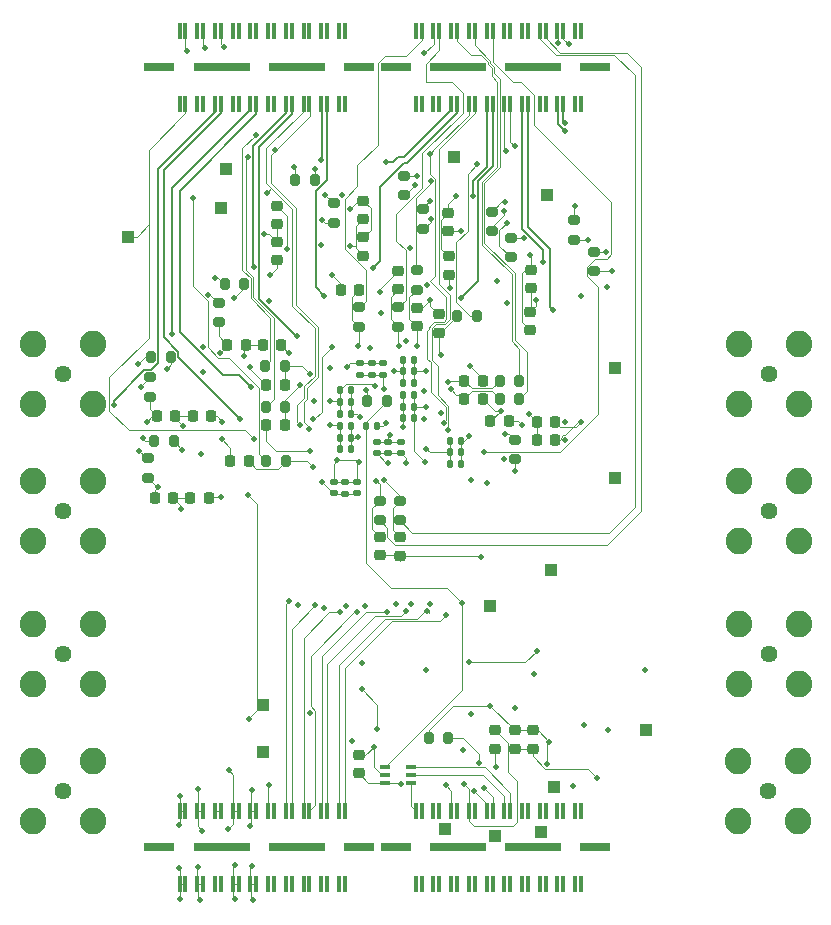
<source format=gbl>
%TF.GenerationSoftware,KiCad,Pcbnew,8.0.5*%
%TF.CreationDate,2025-04-03T13:44:50-05:00*%
%TF.ProjectId,PSEC5_Board,50534543-355f-4426-9f61-72642e6b6963,rev?*%
%TF.SameCoordinates,Original*%
%TF.FileFunction,Copper,L6,Bot*%
%TF.FilePolarity,Positive*%
%FSLAX46Y46*%
G04 Gerber Fmt 4.6, Leading zero omitted, Abs format (unit mm)*
G04 Created by KiCad (PCBNEW 8.0.5) date 2025-04-03 13:44:50*
%MOMM*%
%LPD*%
G01*
G04 APERTURE LIST*
G04 Aperture macros list*
%AMRoundRect*
0 Rectangle with rounded corners*
0 $1 Rounding radius*
0 $2 $3 $4 $5 $6 $7 $8 $9 X,Y pos of 4 corners*
0 Add a 4 corners polygon primitive as box body*
4,1,4,$2,$3,$4,$5,$6,$7,$8,$9,$2,$3,0*
0 Add four circle primitives for the rounded corners*
1,1,$1+$1,$2,$3*
1,1,$1+$1,$4,$5*
1,1,$1+$1,$6,$7*
1,1,$1+$1,$8,$9*
0 Add four rect primitives between the rounded corners*
20,1,$1+$1,$2,$3,$4,$5,0*
20,1,$1+$1,$4,$5,$6,$7,0*
20,1,$1+$1,$6,$7,$8,$9,0*
20,1,$1+$1,$8,$9,$2,$3,0*%
G04 Aperture macros list end*
%TA.AperFunction,ComponentPad*%
%ADD10R,1.000000X1.000000*%
%TD*%
%TA.AperFunction,ComponentPad*%
%ADD11C,1.440000*%
%TD*%
%TA.AperFunction,ComponentPad*%
%ADD12C,2.250000*%
%TD*%
%TA.AperFunction,SMDPad,CuDef*%
%ADD13RoundRect,0.140000X0.140000X0.170000X-0.140000X0.170000X-0.140000X-0.170000X0.140000X-0.170000X0*%
%TD*%
%TA.AperFunction,SMDPad,CuDef*%
%ADD14RoundRect,0.200000X-0.275000X0.200000X-0.275000X-0.200000X0.275000X-0.200000X0.275000X0.200000X0*%
%TD*%
%TA.AperFunction,SMDPad,CuDef*%
%ADD15RoundRect,0.200000X-0.200000X-0.275000X0.200000X-0.275000X0.200000X0.275000X-0.200000X0.275000X0*%
%TD*%
%TA.AperFunction,SMDPad,CuDef*%
%ADD16RoundRect,0.225000X-0.225000X-0.250000X0.225000X-0.250000X0.225000X0.250000X-0.225000X0.250000X0*%
%TD*%
%TA.AperFunction,SMDPad,CuDef*%
%ADD17RoundRect,0.225000X0.250000X-0.225000X0.250000X0.225000X-0.250000X0.225000X-0.250000X-0.225000X0*%
%TD*%
%TA.AperFunction,SMDPad,CuDef*%
%ADD18RoundRect,0.225000X0.225000X0.250000X-0.225000X0.250000X-0.225000X-0.250000X0.225000X-0.250000X0*%
%TD*%
%TA.AperFunction,SMDPad,CuDef*%
%ADD19RoundRect,0.225000X-0.250000X0.225000X-0.250000X-0.225000X0.250000X-0.225000X0.250000X0.225000X0*%
%TD*%
%TA.AperFunction,SMDPad,CuDef*%
%ADD20RoundRect,0.200000X0.200000X0.275000X-0.200000X0.275000X-0.200000X-0.275000X0.200000X-0.275000X0*%
%TD*%
%TA.AperFunction,SMDPad,CuDef*%
%ADD21R,0.300000X1.450000*%
%TD*%
%TA.AperFunction,SMDPad,CuDef*%
%ADD22R,2.540000X0.640000*%
%TD*%
%TA.AperFunction,SMDPad,CuDef*%
%ADD23R,4.700000X0.640000*%
%TD*%
%TA.AperFunction,SMDPad,CuDef*%
%ADD24RoundRect,0.140000X0.170000X-0.140000X0.170000X0.140000X-0.170000X0.140000X-0.170000X-0.140000X0*%
%TD*%
%TA.AperFunction,SMDPad,CuDef*%
%ADD25RoundRect,0.140000X-0.170000X0.140000X-0.170000X-0.140000X0.170000X-0.140000X0.170000X0.140000X0*%
%TD*%
%TA.AperFunction,SMDPad,CuDef*%
%ADD26RoundRect,0.140000X-0.140000X-0.170000X0.140000X-0.170000X0.140000X0.170000X-0.140000X0.170000X0*%
%TD*%
%TA.AperFunction,SMDPad,CuDef*%
%ADD27RoundRect,0.200000X0.275000X-0.200000X0.275000X0.200000X-0.275000X0.200000X-0.275000X-0.200000X0*%
%TD*%
%TA.AperFunction,SMDPad,CuDef*%
%ADD28R,0.850001X0.399999*%
%TD*%
%TA.AperFunction,ViaPad*%
%ADD29C,0.500000*%
%TD*%
%TA.AperFunction,Conductor*%
%ADD30C,0.100000*%
%TD*%
%TA.AperFunction,Conductor*%
%ADD31C,0.200000*%
%TD*%
G04 APERTURE END LIST*
D10*
%TO.P,READCLK,1,1*%
%TO.N,ReadClk*%
X133350000Y-60925000D03*
%TD*%
D11*
%TO.P,J10,1,In*%
%TO.N,Net-(J10-In)*%
X119975000Y-74950000D03*
D12*
%TO.P,J10,2,Ext*%
%TO.N,GND*%
X122515000Y-72410000D03*
X117435000Y-72410000D03*
X122515000Y-77490000D03*
X117435000Y-77490000D03*
%TD*%
D10*
%TO.P,DAC_V_OUT,1,1*%
%TO.N,DAC_V_OUT*%
X156125000Y-94600000D03*
%TD*%
D11*
%TO.P,J3,1,In*%
%TO.N,Net-(J3-In)*%
X179700000Y-74950000D03*
D12*
%TO.P,J3,2,Ext*%
%TO.N,GND*%
X177160000Y-77490000D03*
X182240000Y-77490000D03*
X177160000Y-72410000D03*
X182240000Y-72410000D03*
%TD*%
D10*
%TO.P,ADC_SDO1,1,1*%
%TO.N,ADC_SDO*%
X156550000Y-114100000D03*
%TD*%
%TO.P,PED1,1,1*%
%TO.N,Net-(C89-Pad1)*%
X161275000Y-91550000D03*
%TD*%
%TO.P,ADC_SDI1,1,1*%
%TO.N,ADC_SDI*%
X161500000Y-109950000D03*
%TD*%
%TO.P,THRESH1,1,1*%
%TO.N,/Biases\u002CThresh/discthresh1_postrc*%
X166700000Y-83825000D03*
%TD*%
%TO.P,ADC_SCK,1,1*%
%TO.N,ADC_SCK*%
X160425000Y-113725000D03*
%TD*%
D11*
%TO.P,J4,1,In*%
%TO.N,Net-(J4-In)*%
X179700000Y-86600000D03*
D12*
%TO.P,J4,2,Ext*%
%TO.N,GND*%
X177160000Y-89140000D03*
X182240000Y-89140000D03*
X177160000Y-84060000D03*
X182240000Y-84060000D03*
%TD*%
D11*
%TO.P,J8,1,In*%
%TO.N,Net-(J8-In)*%
X119975000Y-98690000D03*
D12*
%TO.P,J8,2,Ext*%
%TO.N,GND*%
X122515000Y-96150000D03*
X117435000Y-96150000D03*
X122515000Y-101230000D03*
X117435000Y-101230000D03*
%TD*%
D10*
%TO.P,INTEGRATOR,1,1*%
%TO.N,/Phase_detection/OP_AMP_OUT*%
X169350000Y-105125000D03*
%TD*%
%TO.P,CLK_OUT,1,1*%
%TO.N,CLK_OUT*%
X136900000Y-107025000D03*
%TD*%
%TO.P,TRIGGERIN,1,1*%
%TO.N,TRIGGERIN*%
X125500000Y-63350000D03*
%TD*%
D11*
%TO.P,J7,1,In*%
%TO.N,Net-(J7-In)*%
X119975000Y-110275000D03*
D12*
%TO.P,J7,2,Ext*%
%TO.N,GND*%
X122515000Y-112815000D03*
X122515000Y-107735000D03*
X117435000Y-112815000D03*
X117435000Y-107735000D03*
%TD*%
D10*
%TO.P,PSEC5_CLK_OUT,1,1*%
%TO.N,PSEC5_CLK_OUT*%
X136925000Y-103025000D03*
%TD*%
D11*
%TO.P,J6,1,In*%
%TO.N,Net-(J6-In)*%
X179695000Y-110275000D03*
D12*
%TO.P,J6,2,Ext*%
%TO.N,GND*%
X177155000Y-112815000D03*
X182235000Y-112815000D03*
X177155000Y-107735000D03*
X182235000Y-107735000D03*
%TD*%
D10*
%TO.P,RST,1,1*%
%TO.N,rst*%
X160925000Y-59850000D03*
%TD*%
%TO.P,TRIGGEROUT,1,1*%
%TO.N,TRIGGEROUT*%
X133800000Y-57600000D03*
%TD*%
D11*
%TO.P,J9,1,In*%
%TO.N,Net-(J9-In)*%
X119975000Y-86600000D03*
D12*
%TO.P,J9,2,Ext*%
%TO.N,GND*%
X122515000Y-84060000D03*
X117435000Y-84060000D03*
X122515000Y-89140000D03*
X117435000Y-89140000D03*
%TD*%
D10*
%TO.P,SPICLK,1,1*%
%TO.N,SPIclk*%
X166675000Y-74450000D03*
%TD*%
%TO.P,ADC_CNV,1,1*%
%TO.N,ADC_CNV*%
X152325000Y-113475000D03*
%TD*%
D11*
%TO.P,J5,1,In*%
%TO.N,Net-(J5-In)*%
X179700000Y-98690000D03*
D12*
%TO.P,J5,2,Ext*%
%TO.N,GND*%
X177160000Y-101230000D03*
X182240000Y-101230000D03*
X177160000Y-96150000D03*
X182240000Y-96150000D03*
%TD*%
D10*
%TO.P,PICO,1,1*%
%TO.N,PICO*%
X153075000Y-56600000D03*
%TD*%
D13*
%TO.P,C17,1*%
%TO.N,GND*%
X144375000Y-81350000D03*
%TO.P,C17,2*%
%TO.N,VDD25*%
X143415000Y-81350000D03*
%TD*%
D14*
%TO.P,R46,1*%
%TO.N,Net-(IC5--IN)*%
X148800000Y-58208188D03*
%TO.P,R46,2*%
%TO.N,GND*%
X148800000Y-59858188D03*
%TD*%
D15*
%TO.P,R13,1*%
%TO.N,/Biases\u002CThresh/discthresh2_postrc*%
X156925000Y-77100000D03*
%TO.P,R13,2*%
%TO.N,Disc_Thresh2*%
X158575000Y-77100000D03*
%TD*%
D16*
%TO.P,C110,1*%
%TO.N,GND*%
X133883189Y-72501301D03*
%TO.P,C110,2*%
%TO.N,VDD33*%
X135433189Y-72501301D03*
%TD*%
D17*
%TO.P,R10,1*%
%TO.N,VDD25*%
X156549400Y-106710000D03*
%TO.P,R10,2*%
%TO.N,ADC_SDO*%
X156549400Y-105160000D03*
%TD*%
D18*
%TO.P,C45,1*%
%TO.N,/Biases\u002CThresh/discthresh8_postrc*%
X135675000Y-82375000D03*
%TO.P,C45,2*%
%TO.N,GND*%
X134125000Y-82375000D03*
%TD*%
D19*
%TO.P,C83,1*%
%TO.N,GND*%
X138050001Y-60733188D03*
%TO.P,C83,2*%
%TO.N,VDD33*%
X138050001Y-62283188D03*
%TD*%
D13*
%TO.P,C25,1*%
%TO.N,GND*%
X153655000Y-80650000D03*
%TO.P,C25,2*%
%TO.N,VDD25*%
X152695000Y-80650000D03*
%TD*%
D20*
%TO.P,R47,1*%
%TO.N,Net-(IC6--IN)*%
X141300001Y-58558188D03*
%TO.P,R47,2*%
%TO.N,GND*%
X139650001Y-58558188D03*
%TD*%
D21*
%TO.P,J1,01,01*%
%TO.N,unconnected-(J1-Pad01)*%
X163833400Y-45912139D03*
%TO.P,J1,02,02*%
%TO.N,unconnected-(J1-Pad02)*%
X163833400Y-52092139D03*
%TO.P,J1,03,03*%
%TO.N,unconnected-(J1-Pad03)*%
X163333400Y-45912139D03*
%TO.P,J1,04,04*%
%TO.N,unconnected-(J1-Pad04)*%
X163333400Y-52092139D03*
%TO.P,J1,05,05*%
%TO.N,READBIAS2*%
X162333400Y-45912139D03*
%TO.P,J1,06,06*%
%TO.N,ADC1_Out+*%
X162333400Y-52092139D03*
%TO.P,J1,07,07*%
%TO.N,READBIAS1*%
X161833400Y-45912139D03*
%TO.P,J1,08,08*%
%TO.N,ADC1_Out-*%
X161833400Y-52092139D03*
%TO.P,J1,09,09*%
%TO.N,DISCBIAS*%
X160833400Y-45912139D03*
%TO.P,J1,10,10*%
%TO.N,unconnected-(J1-Pad10)*%
X160833400Y-52092139D03*
%TO.P,J1,11,11*%
%TO.N,WBUFBIAS*%
X160333400Y-45912139D03*
%TO.P,J1,12,12*%
%TO.N,unconnected-(J1-Pad12)*%
X160333400Y-52092139D03*
%TO.P,J1,13,13*%
%TO.N,unconnected-(J1-Pad13)*%
X159333400Y-45912139D03*
%TO.P,J1,14,14*%
%TO.N,ADC2_Out+*%
X159333400Y-52092139D03*
%TO.P,J1,15,15*%
%TO.N,unconnected-(J1-Pad15)*%
X158833400Y-45912139D03*
%TO.P,J1,16,16*%
%TO.N,ADC2_Out-*%
X158833400Y-52092139D03*
%TO.P,J1,17,17*%
%TO.N,unconnected-(J1-Pad17)*%
X157833400Y-45912139D03*
%TO.P,J1,18,18*%
%TO.N,SPIclk*%
X157833400Y-52092139D03*
%TO.P,J1,19,19*%
%TO.N,unconnected-(J1-Pad19)*%
X157333400Y-45912139D03*
%TO.P,J1,20,20*%
%TO.N,rst*%
X157333400Y-52092139D03*
%TO.P,J1,21,21*%
%TO.N,Disc_Thresh1*%
X156333400Y-45912139D03*
%TO.P,J1,22,22*%
%TO.N,ADC3_Out+*%
X156333400Y-52092139D03*
%TO.P,J1,23,23*%
%TO.N,unconnected-(J1-Pad23)*%
X155833400Y-45912139D03*
%TO.P,J1,24,24*%
%TO.N,ADC3_Out-*%
X155833400Y-52092139D03*
%TO.P,J1,25,25*%
%TO.N,Disc_Thresh2*%
X154833400Y-45912139D03*
%TO.P,J1,26,26*%
%TO.N,POCI*%
X154833400Y-52092139D03*
%TO.P,J1,27,27*%
%TO.N,unconnected-(J1-Pad27)*%
X154333400Y-45912139D03*
%TO.P,J1,28,28*%
%TO.N,PICO*%
X154333400Y-52092139D03*
%TO.P,J1,29,29*%
%TO.N,Disc_Thresh3*%
X153333400Y-45912139D03*
%TO.P,J1,30,30*%
%TO.N,ADC4_Out+*%
X153333400Y-52092139D03*
%TO.P,J1,31,31*%
%TO.N,unconnected-(J1-Pad31)*%
X152833400Y-45912139D03*
%TO.P,J1,32,32*%
%TO.N,ADC4_Out-*%
X152833400Y-52092139D03*
%TO.P,J1,33,33*%
%TO.N,Disc_Thresh4*%
X151833400Y-45912139D03*
%TO.P,J1,34,34*%
%TO.N,unconnected-(J1-Pad34)*%
X151833400Y-52092139D03*
%TO.P,J1,35,35*%
%TO.N,PSEC5_CLK_OUT*%
X151333400Y-45912139D03*
%TO.P,J1,36,36*%
%TO.N,unconnected-(J1-Pad36)*%
X151333400Y-52092139D03*
%TO.P,J1,37,37*%
%TO.N,Disc_Thresh5*%
X150333400Y-45912139D03*
%TO.P,J1,38,38*%
%TO.N,unconnected-(J1-Pad38)*%
X150333400Y-52092139D03*
%TO.P,J1,39,39*%
%TO.N,unconnected-(J1-Pad39)*%
X149833400Y-45912139D03*
%TO.P,J1,40,40*%
%TO.N,unconnected-(J1-Pad40)*%
X149833400Y-52092139D03*
%TO.P,J1,41,41*%
%TO.N,unconnected-(J1-Pad41)*%
X143833400Y-45912139D03*
%TO.P,J1,42,42*%
%TO.N,unconnected-(J1-Pad42)*%
X143833400Y-52092139D03*
%TO.P,J1,43,43*%
%TO.N,unconnected-(J1-Pad43)*%
X143333400Y-45912139D03*
%TO.P,J1,44,44*%
%TO.N,unconnected-(J1-Pad44)*%
X143333400Y-52092139D03*
%TO.P,J1,45,45*%
%TO.N,unconnected-(J1-Pad45)*%
X142333400Y-45912139D03*
%TO.P,J1,46,46*%
%TO.N,ADC5_Out+*%
X142333400Y-52092139D03*
%TO.P,J1,47,47*%
%TO.N,unconnected-(J1-Pad47)*%
X141833400Y-45912139D03*
%TO.P,J1,48,48*%
%TO.N,ADC5_Out-*%
X141833400Y-52092139D03*
%TO.P,J1,49,49*%
%TO.N,unconnected-(J1-Pad49)*%
X140833400Y-45912139D03*
%TO.P,J1,50,50*%
%TO.N,TRIGGEROUT*%
X140833400Y-52092139D03*
%TO.P,J1,51,51*%
%TO.N,unconnected-(J1-Pad51)*%
X140333400Y-45912139D03*
%TO.P,J1,52,52*%
%TO.N,ReadClk*%
X140333400Y-52092139D03*
%TO.P,J1,53,53*%
%TO.N,unconnected-(J1-Pad53)*%
X139333400Y-45912139D03*
%TO.P,J1,54,54*%
%TO.N,ADC6_Out+*%
X139333400Y-52092139D03*
%TO.P,J1,55,55*%
%TO.N,unconnected-(J1-Pad55)*%
X138833400Y-45912139D03*
%TO.P,J1,56,56*%
%TO.N,ADC6_Out-*%
X138833400Y-52092139D03*
%TO.P,J1,57,57*%
%TO.N,unconnected-(J1-Pad57)*%
X137833400Y-45912139D03*
%TO.P,J1,58,58*%
%TO.N,unconnected-(J1-Pad58)*%
X137833400Y-52092139D03*
%TO.P,J1,59,59*%
%TO.N,unconnected-(J1-Pad59)*%
X137333400Y-45912139D03*
%TO.P,J1,60,60*%
%TO.N,unconnected-(J1-Pad60)*%
X137333400Y-52092139D03*
%TO.P,J1,61,61*%
%TO.N,unconnected-(J1-Pad61)*%
X136333400Y-45912139D03*
%TO.P,J1,62,62*%
%TO.N,ADC7_Out+*%
X136333400Y-52092139D03*
%TO.P,J1,63,63*%
%TO.N,unconnected-(J1-Pad63)*%
X135833400Y-45912139D03*
%TO.P,J1,64,64*%
%TO.N,ADC7_Out-*%
X135833400Y-52092139D03*
%TO.P,J1,65,65*%
%TO.N,unconnected-(J1-Pad65)*%
X134833400Y-45912139D03*
%TO.P,J1,66,66*%
%TO.N,unconnected-(J1-Pad66)*%
X134833400Y-52092139D03*
%TO.P,J1,67,67*%
%TO.N,unconnected-(J1-Pad67)*%
X134333400Y-45912139D03*
%TO.P,J1,68,68*%
%TO.N,unconnected-(J1-Pad68)*%
X134333400Y-52092139D03*
%TO.P,J1,69,69*%
%TO.N,Disc_Thresh6*%
X133333400Y-45912139D03*
%TO.P,J1,70,70*%
%TO.N,ADC8_Out+*%
X133333400Y-52092139D03*
%TO.P,J1,71,71*%
%TO.N,unconnected-(J1-Pad71)*%
X132833400Y-45912139D03*
%TO.P,J1,72,72*%
%TO.N,ADC8_Out-*%
X132833400Y-52092139D03*
%TO.P,J1,73,73*%
%TO.N,Disc_Thresh7*%
X131833400Y-45912139D03*
%TO.P,J1,74,74*%
%TO.N,unconnected-(J1-Pad74)*%
X131833400Y-52092139D03*
%TO.P,J1,75,75*%
%TO.N,unconnected-(J1-Pad75)*%
X131333400Y-45912139D03*
%TO.P,J1,76,76*%
%TO.N,unconnected-(J1-Pad76)*%
X131333400Y-52092139D03*
%TO.P,J1,77,77*%
%TO.N,Disc_Thresh8*%
X130333400Y-45912139D03*
%TO.P,J1,78,78*%
%TO.N,TRIGGERIN*%
X130333400Y-52092139D03*
%TO.P,J1,79,79*%
%TO.N,unconnected-(J1-Pad79)*%
X129833400Y-45912139D03*
%TO.P,J1,80,80*%
%TO.N,unconnected-(J1-Pad80)*%
X129833400Y-52092139D03*
D22*
%TO.P,J1,G1,GND1*%
%TO.N,GND*%
X165033400Y-49002139D03*
D23*
%TO.P,J1,G2,GND1__1*%
X159763400Y-49002139D03*
%TO.P,J1,G3,GND1__2*%
X153413400Y-49002139D03*
D22*
%TO.P,J1,G4,GND1__3*%
X148143400Y-49002139D03*
%TO.P,J1,G5,GND2*%
X145023400Y-49002139D03*
D23*
%TO.P,J1,G6,GND2__1*%
X139753400Y-49002139D03*
%TO.P,J1,G7,GND2__2*%
X133403400Y-49002139D03*
D22*
%TO.P,J1,G8,GND2__3*%
X128133400Y-49002139D03*
%TD*%
D19*
%TO.P,C79,1*%
%TO.N,GND*%
X145400000Y-60308188D03*
%TO.P,C79,2*%
%TO.N,VDD33*%
X145400000Y-61858188D03*
%TD*%
D24*
%TO.P,C20,1*%
%TO.N,GND*%
X147075000Y-75055000D03*
%TO.P,C20,2*%
%TO.N,VDD25*%
X147075000Y-74095000D03*
%TD*%
D18*
%TO.P,C42,1*%
%TO.N,/Biases\u002CThresh/discthresh5_postrc*%
X145025000Y-67875000D03*
%TO.P,C42,2*%
%TO.N,GND*%
X143475000Y-67875000D03*
%TD*%
D19*
%TO.P,C48,1*%
%TO.N,/Biases\u002CThresh/wbufbias_postrc*%
X148500000Y-88825000D03*
%TO.P,C48,2*%
%TO.N,GND*%
X148500000Y-90375000D03*
%TD*%
D25*
%TO.P,C11,1*%
%TO.N,GND*%
X146520000Y-80745000D03*
%TO.P,C11,2*%
%TO.N,VDD*%
X146520000Y-81705000D03*
%TD*%
D21*
%TO.P,J2,01,01*%
%TO.N,unconnected-(J2-Pad01)*%
X163833400Y-111975000D03*
%TO.P,J2,02,02*%
%TO.N,unconnected-(J2-Pad02)*%
X163833400Y-118155000D03*
%TO.P,J2,03,03*%
%TO.N,unconnected-(J2-Pad03)*%
X163333400Y-111975000D03*
%TO.P,J2,04,04*%
%TO.N,unconnected-(J2-Pad04)*%
X163333400Y-118155000D03*
%TO.P,J2,05,05*%
%TO.N,unconnected-(J2-Pad05)*%
X162333400Y-111975000D03*
%TO.P,J2,06,06*%
%TO.N,unconnected-(J2-Pad06)*%
X162333400Y-118155000D03*
%TO.P,J2,07,07*%
%TO.N,unconnected-(J2-Pad07)*%
X161833400Y-111975000D03*
%TO.P,J2,08,08*%
%TO.N,unconnected-(J2-Pad08)*%
X161833400Y-118155000D03*
%TO.P,J2,09,09*%
%TO.N,unconnected-(J2-Pad09)*%
X160833400Y-111975000D03*
%TO.P,J2,10,10*%
%TO.N,unconnected-(J2-Pad10)*%
X160833400Y-118155000D03*
%TO.P,J2,11,11*%
%TO.N,unconnected-(J2-Pad11)*%
X160333400Y-111975000D03*
%TO.P,J2,12,12*%
%TO.N,unconnected-(J2-Pad12)*%
X160333400Y-118155000D03*
%TO.P,J2,13,13*%
%TO.N,unconnected-(J2-Pad13)*%
X159333400Y-111975000D03*
%TO.P,J2,14,14*%
%TO.N,unconnected-(J2-Pad14)*%
X159333400Y-118155000D03*
%TO.P,J2,15,15*%
%TO.N,unconnected-(J2-Pad15)*%
X158833400Y-111975000D03*
%TO.P,J2,16,16*%
%TO.N,unconnected-(J2-Pad16)*%
X158833400Y-118155000D03*
%TO.P,J2,17,17*%
%TO.N,SYNC_N*%
X157833400Y-111975000D03*
%TO.P,J2,18,18*%
%TO.N,unconnected-(J2-Pad18)*%
X157833400Y-118155000D03*
%TO.P,J2,19,19*%
%TO.N,DAC_SCLK*%
X157333400Y-111975000D03*
%TO.P,J2,20,20*%
%TO.N,unconnected-(J2-Pad20)*%
X157333400Y-118155000D03*
%TO.P,J2,21,21*%
%TO.N,ADC_SDI*%
X156333400Y-111975000D03*
%TO.P,J2,22,22*%
%TO.N,unconnected-(J2-Pad22)*%
X156333400Y-118155000D03*
%TO.P,J2,23,23*%
%TO.N,ADC_SCK*%
X155833400Y-111975000D03*
%TO.P,J2,24,24*%
%TO.N,unconnected-(J2-Pad24)*%
X155833400Y-118155000D03*
%TO.P,J2,25,25*%
%TO.N,unconnected-(J2-Pad25)*%
X154833400Y-111975000D03*
%TO.P,J2,26,26*%
%TO.N,unconnected-(J2-Pad26)*%
X154833400Y-118155000D03*
%TO.P,J2,27,27*%
%TO.N,ADC_SDO*%
X154333400Y-111975000D03*
%TO.P,J2,28,28*%
%TO.N,unconnected-(J2-Pad28)*%
X154333400Y-118155000D03*
%TO.P,J2,29,29*%
%TO.N,unconnected-(J2-Pad29)*%
X153333400Y-111975000D03*
%TO.P,J2,30,30*%
%TO.N,unconnected-(J2-Pad30)*%
X153333400Y-118155000D03*
%TO.P,J2,31,31*%
%TO.N,ADC_CNV*%
X152833400Y-111975000D03*
%TO.P,J2,32,32*%
%TO.N,unconnected-(J2-Pad32)*%
X152833400Y-118155000D03*
%TO.P,J2,33,33*%
%TO.N,unconnected-(J2-Pad33)*%
X151833400Y-111975000D03*
%TO.P,J2,34,34*%
%TO.N,unconnected-(J2-Pad34)*%
X151833400Y-118155000D03*
%TO.P,J2,35,35*%
%TO.N,unconnected-(J2-Pad35)*%
X151333400Y-111975000D03*
%TO.P,J2,36,36*%
%TO.N,unconnected-(J2-Pad36)*%
X151333400Y-118155000D03*
%TO.P,J2,37,37*%
%TO.N,unconnected-(J2-Pad37)*%
X150333400Y-111975000D03*
%TO.P,J2,38,38*%
%TO.N,unconnected-(J2-Pad38)*%
X150333400Y-118155000D03*
%TO.P,J2,39,39*%
%TO.N,DAC_V_IN*%
X149833400Y-111975000D03*
%TO.P,J2,40,40*%
%TO.N,unconnected-(J2-Pad40)*%
X149833400Y-118155000D03*
%TO.P,J2,41,41*%
%TO.N,V_ped1*%
X143833400Y-111975000D03*
%TO.P,J2,42,42*%
%TO.N,unconnected-(J2-Pad42)*%
X143833400Y-118155000D03*
%TO.P,J2,43,43*%
%TO.N,V_ped2*%
X143333400Y-111975000D03*
%TO.P,J2,44,44*%
%TO.N,unconnected-(J2-Pad44)*%
X143333400Y-118155000D03*
%TO.P,J2,45,45*%
%TO.N,V_ped3*%
X142333400Y-111975000D03*
%TO.P,J2,46,46*%
%TO.N,unconnected-(J2-Pad46)*%
X142333400Y-118155000D03*
%TO.P,J2,47,47*%
%TO.N,V_ped4*%
X141833400Y-111975000D03*
%TO.P,J2,48,48*%
%TO.N,unconnected-(J2-Pad48)*%
X141833400Y-118155000D03*
%TO.P,J2,49,49*%
%TO.N,V_ped5*%
X140833400Y-111975000D03*
%TO.P,J2,50,50*%
%TO.N,unconnected-(J2-Pad50)*%
X140833400Y-118155000D03*
%TO.P,J2,51,51*%
%TO.N,V_ped6*%
X140333400Y-111975000D03*
%TO.P,J2,52,52*%
%TO.N,unconnected-(J2-Pad52)*%
X140333400Y-118155000D03*
%TO.P,J2,53,53*%
%TO.N,V_ped7*%
X139333400Y-111975000D03*
%TO.P,J2,54,54*%
%TO.N,unconnected-(J2-Pad54)*%
X139333400Y-118155000D03*
%TO.P,J2,55,55*%
%TO.N,V_ped8*%
X138833400Y-111975000D03*
%TO.P,J2,56,56*%
%TO.N,unconnected-(J2-Pad56)*%
X138833400Y-118155000D03*
%TO.P,J2,57,57*%
%TO.N,unconnected-(J2-Pad57)*%
X137833400Y-111975000D03*
%TO.P,J2,58,58*%
%TO.N,unconnected-(J2-Pad58)*%
X137833400Y-118155000D03*
%TO.P,J2,59,59*%
%TO.N,CLK_OUT*%
X137333400Y-111975000D03*
%TO.P,J2,60,60*%
%TO.N,unconnected-(J2-Pad60)*%
X137333400Y-118155000D03*
%TO.P,J2,61,61*%
%TO.N,VDD25*%
X136333400Y-111975000D03*
%TO.P,J2,62,62*%
X136333400Y-118155000D03*
%TO.P,J2,63,63*%
X135833400Y-111975000D03*
%TO.P,J2,64,64*%
X135833400Y-118155000D03*
%TO.P,J2,65,65*%
%TO.N,VDD18*%
X134833400Y-111975000D03*
%TO.P,J2,66,66*%
X134833400Y-118155000D03*
%TO.P,J2,67,67*%
X134333400Y-111975000D03*
%TO.P,J2,68,68*%
X134333400Y-118155000D03*
%TO.P,J2,69,69*%
%TO.N,VDD50*%
X133333400Y-111975000D03*
%TO.P,J2,70,70*%
%TO.N,unconnected-(J2-Pad70)*%
X133333400Y-118155000D03*
%TO.P,J2,71,71*%
%TO.N,VDD50*%
X132833400Y-111975000D03*
%TO.P,J2,72,72*%
%TO.N,unconnected-(J2-Pad72)*%
X132833400Y-118155000D03*
%TO.P,J2,73,73*%
%TO.N,VDD33*%
X131833400Y-111975000D03*
%TO.P,J2,74,74*%
X131833400Y-118155000D03*
%TO.P,J2,75,75*%
X131333400Y-111975000D03*
%TO.P,J2,76,76*%
X131333400Y-118155000D03*
%TO.P,J2,77,77*%
%TO.N,VDD*%
X130333400Y-111975000D03*
%TO.P,J2,78,78*%
X130333400Y-118155000D03*
%TO.P,J2,79,79*%
X129833400Y-111975000D03*
%TO.P,J2,80,80*%
X129833400Y-118155000D03*
D22*
%TO.P,J2,G1,GND1*%
%TO.N,GND*%
X165033400Y-115065000D03*
D23*
%TO.P,J2,G2,GND1__1*%
X159763400Y-115065000D03*
%TO.P,J2,G3,GND1__2*%
X153413400Y-115065000D03*
D22*
%TO.P,J2,G4,GND1__3*%
X148143400Y-115065000D03*
%TO.P,J2,G5,GND2*%
X145023400Y-115065000D03*
D23*
%TO.P,J2,G6,GND2__1*%
X139753400Y-115065000D03*
%TO.P,J2,G7,GND2__2*%
X133403400Y-115065000D03*
D22*
%TO.P,J2,G8,GND2__3*%
X128133400Y-115065000D03*
%TD*%
D17*
%TO.P,C41,1*%
%TO.N,/Biases\u002CThresh/discthresh4_postrc*%
X148350000Y-67825000D03*
%TO.P,C41,2*%
%TO.N,GND*%
X148350000Y-66275000D03*
%TD*%
D13*
%TO.P,C15,1*%
%TO.N,GND*%
X144375000Y-79400000D03*
%TO.P,C15,2*%
%TO.N,VDD25*%
X143415000Y-79400000D03*
%TD*%
D26*
%TO.P,C8,1*%
%TO.N,GND*%
X148720000Y-78725000D03*
%TO.P,C8,2*%
%TO.N,VDD*%
X149680000Y-78725000D03*
%TD*%
D18*
%TO.P,C44,1*%
%TO.N,/Biases\u002CThresh/discthresh7_postrc*%
X138725000Y-79275000D03*
%TO.P,C44,2*%
%TO.N,GND*%
X137175000Y-79275000D03*
%TD*%
D27*
%TO.P,R35,1*%
%TO.N,VDD18*%
X164950000Y-66300000D03*
%TO.P,R35,2*%
%TO.N,Net-(IC3-VOCM)*%
X164950000Y-64650000D03*
%TD*%
D24*
%TO.P,C18,1*%
%TO.N,GND*%
X146100000Y-75055000D03*
%TO.P,C18,2*%
%TO.N,VDD25*%
X146100000Y-74095000D03*
%TD*%
D20*
%TO.P,R19,1*%
%TO.N,/Biases\u002CThresh/discthresh8_postrc*%
X138825000Y-82375000D03*
%TO.P,R19,2*%
%TO.N,Disc_Thresh8*%
X137175000Y-82375000D03*
%TD*%
D17*
%TO.P,C82,1*%
%TO.N,GND*%
X138050001Y-65333188D03*
%TO.P,C82,2*%
%TO.N,VDD33*%
X138050001Y-63783188D03*
%TD*%
D16*
%TO.P,C39,1*%
%TO.N,/Biases\u002CThresh/discthresh2_postrc*%
X153950000Y-77075000D03*
%TO.P,C39,2*%
%TO.N,GND*%
X155500000Y-77075000D03*
%TD*%
D24*
%TO.P,C2,1*%
%TO.N,GND*%
X144850000Y-85105000D03*
%TO.P,C2,2*%
%TO.N,VDD*%
X144850000Y-84145000D03*
%TD*%
%TO.P,C3,1*%
%TO.N,GND*%
X143870000Y-85110000D03*
%TO.P,C3,2*%
%TO.N,VDD*%
X143870000Y-84150000D03*
%TD*%
D20*
%TO.P,R1,1*%
%TO.N,DAC_V_OUT*%
X147375000Y-77275000D03*
%TO.P,R1,2*%
%TO.N,Net-(U1-VCOCTRL)*%
X145725000Y-77275000D03*
%TD*%
%TO.P,R17,1*%
%TO.N,/Biases\u002CThresh/discthresh6_postrc*%
X138725000Y-74350000D03*
%TO.P,R17,2*%
%TO.N,Disc_Thresh6*%
X137075000Y-74350000D03*
%TD*%
D18*
%TO.P,C111,1*%
%TO.N,GND*%
X132509444Y-78574999D03*
%TO.P,C111,2*%
%TO.N,VDD33*%
X130959444Y-78574999D03*
%TD*%
D17*
%TO.P,C69,1*%
%TO.N,GND*%
X152600000Y-62885700D03*
%TO.P,C69,2*%
%TO.N,VDD33*%
X152600000Y-61335700D03*
%TD*%
D27*
%TO.P,R52,1*%
%TO.N,VDD18*%
X150475000Y-62708188D03*
%TO.P,R52,2*%
%TO.N,Net-(IC5-VOCM)*%
X150475000Y-61058188D03*
%TD*%
D19*
%TO.P,C49,1*%
%TO.N,/Biases\u002CThresh/discbias_postrc*%
X146800000Y-88800000D03*
%TO.P,C49,2*%
%TO.N,GND*%
X146800000Y-90350000D03*
%TD*%
D27*
%TO.P,R41,1*%
%TO.N,VDD18*%
X157875000Y-65110700D03*
%TO.P,R41,2*%
%TO.N,Net-(IC4-VOCM)*%
X157875000Y-63460700D03*
%TD*%
D26*
%TO.P,C9,1*%
%TO.N,GND*%
X148720000Y-77750000D03*
%TO.P,C9,2*%
%TO.N,VDD*%
X149680000Y-77750000D03*
%TD*%
D24*
%TO.P,C19,1*%
%TO.N,GND*%
X145125000Y-75055000D03*
%TO.P,C19,2*%
%TO.N,VDD25*%
X145125000Y-74095000D03*
%TD*%
D15*
%TO.P,R21,1*%
%TO.N,/Biases\u002CThresh/readbias2_postrc*%
X153350000Y-70050000D03*
%TO.P,R21,2*%
%TO.N,READBIAS2*%
X155000000Y-70050000D03*
%TD*%
D14*
%TO.P,R76,1*%
%TO.N,Net-(IC9--IN)*%
X127164300Y-82125000D03*
%TO.P,R76,2*%
%TO.N,GND*%
X127164300Y-83775000D03*
%TD*%
D17*
%TO.P,C47,1*%
%TO.N,/Biases\u002CThresh/readbias2_postrc*%
X151800000Y-71500000D03*
%TO.P,C47,2*%
%TO.N,GND*%
X151800000Y-69950000D03*
%TD*%
D16*
%TO.P,C120,1*%
%TO.N,GND*%
X127714300Y-85475000D03*
%TO.P,C120,2*%
%TO.N,VDD33*%
X129264300Y-85475000D03*
%TD*%
D18*
%TO.P,C43,1*%
%TO.N,/Biases\u002CThresh/discthresh6_postrc*%
X138725000Y-75925000D03*
%TO.P,C43,2*%
%TO.N,GND*%
X137175000Y-75925000D03*
%TD*%
D27*
%TO.P,R15,1*%
%TO.N,/Biases\u002CThresh/discthresh4_postrc*%
X148350000Y-70975000D03*
%TO.P,R15,2*%
%TO.N,Disc_Thresh4*%
X148350000Y-69325000D03*
%TD*%
D15*
%TO.P,R72,1*%
%TO.N,VDD18*%
X133658189Y-67376301D03*
%TO.P,R72,2*%
%TO.N,Net-(IC7-VOCM)*%
X135308189Y-67376301D03*
%TD*%
D18*
%TO.P,C119,1*%
%TO.N,GND*%
X132289300Y-85475000D03*
%TO.P,C119,2*%
%TO.N,VDD33*%
X130739300Y-85475000D03*
%TD*%
D14*
%TO.P,R67,1*%
%TO.N,Net-(IC8--IN)*%
X127309444Y-75274999D03*
%TO.P,R67,2*%
%TO.N,GND*%
X127309444Y-76924999D03*
%TD*%
D17*
%TO.P,C36,1*%
%TO.N,GND*%
X158229400Y-106710000D03*
%TO.P,C36,2*%
%TO.N,VDD18*%
X158229400Y-105160000D03*
%TD*%
D15*
%TO.P,R79,1*%
%TO.N,VDD18*%
X127689300Y-80650000D03*
%TO.P,R79,2*%
%TO.N,Net-(IC9-VOCM)*%
X129339300Y-80650000D03*
%TD*%
D13*
%TO.P,C5,1*%
%TO.N,GND*%
X144380000Y-76375000D03*
%TO.P,C5,2*%
%TO.N,VDD*%
X143420000Y-76375000D03*
%TD*%
D26*
%TO.P,C10,1*%
%TO.N,GND*%
X148720000Y-76775000D03*
%TO.P,C10,2*%
%TO.N,VDD*%
X149680000Y-76775000D03*
%TD*%
D14*
%TO.P,R66,1*%
%TO.N,Net-(IC7--IN)*%
X133133189Y-68976301D03*
%TO.P,R66,2*%
%TO.N,GND*%
X133133189Y-70626301D03*
%TD*%
D19*
%TO.P,C29,1*%
%TO.N,VDD18*%
X159729400Y-105150000D03*
%TO.P,C29,2*%
%TO.N,GND*%
X159729400Y-106700000D03*
%TD*%
D16*
%TO.P,C61,1*%
%TO.N,GND*%
X160075000Y-80550000D03*
%TO.P,C61,2*%
%TO.N,VDD33*%
X161625000Y-80550000D03*
%TD*%
D17*
%TO.P,C68,1*%
%TO.N,GND*%
X152625000Y-66585700D03*
%TO.P,C68,2*%
%TO.N,VDD33*%
X152625000Y-65035700D03*
%TD*%
D14*
%TO.P,R22,1*%
%TO.N,/Biases\u002CThresh/wbufbias_postrc*%
X148500000Y-85725000D03*
%TO.P,R22,2*%
%TO.N,WBUFBIAS*%
X148500000Y-87375000D03*
%TD*%
D16*
%TO.P,C57,1*%
%TO.N,GND*%
X156150000Y-79000000D03*
%TO.P,C57,2*%
%TO.N,VDD33*%
X157700000Y-79000000D03*
%TD*%
D24*
%TO.P,C1,1*%
%TO.N,GND*%
X142875000Y-85105000D03*
%TO.P,C1,2*%
%TO.N,VDD*%
X142875000Y-84145000D03*
%TD*%
D19*
%TO.P,C77,1*%
%TO.N,GND*%
X145400000Y-63408188D03*
%TO.P,C77,2*%
%TO.N,VDD33*%
X145400000Y-64958188D03*
%TD*%
%TO.P,C59,1*%
%TO.N,GND*%
X159498699Y-69725000D03*
%TO.P,C59,2*%
%TO.N,VDD33*%
X159498699Y-71275000D03*
%TD*%
D27*
%TO.P,R34,1*%
%TO.N,VDD18*%
X158225000Y-82225000D03*
%TO.P,R34,2*%
%TO.N,Net-(IC2-VOCM)*%
X158225000Y-80575000D03*
%TD*%
D14*
%TO.P,R53,1*%
%TO.N,VDD18*%
X142900001Y-60533188D03*
%TO.P,R53,2*%
%TO.N,Net-(IC6-VOCM)*%
X142900001Y-62183188D03*
%TD*%
D26*
%TO.P,C4,1*%
%TO.N,DAC_V_OUT*%
X145595000Y-79375000D03*
%TO.P,C4,2*%
%TO.N,GND*%
X146555000Y-79375000D03*
%TD*%
D15*
%TO.P,R73,1*%
%TO.N,VDD18*%
X127434444Y-73549999D03*
%TO.P,R73,2*%
%TO.N,Net-(IC8-VOCM)*%
X129084444Y-73549999D03*
%TD*%
D20*
%TO.P,R18,1*%
%TO.N,/Biases\u002CThresh/discthresh7_postrc*%
X138775000Y-77775000D03*
%TO.P,R18,2*%
%TO.N,Disc_Thresh7*%
X137125000Y-77775000D03*
%TD*%
D16*
%TO.P,C60,1*%
%TO.N,GND*%
X160075000Y-79050000D03*
%TO.P,C60,2*%
%TO.N,VDD33*%
X161625000Y-79050000D03*
%TD*%
D28*
%TO.P,U2,1,SYNC_N*%
%TO.N,SYNC_N*%
X149450000Y-108300000D03*
%TO.P,U2,2,SCLK*%
%TO.N,DAC_SCLK*%
X149450000Y-108950001D03*
%TO.P,U2,3,DIN*%
%TO.N,DAC_V_IN*%
X149450000Y-109600000D03*
%TO.P,U2,4,AVDD_VREF*%
%TO.N,VDD25*%
X147199999Y-109600000D03*
%TO.P,U2,5,GND*%
%TO.N,GND*%
X147199999Y-108950001D03*
%TO.P,U2,6,VOUT*%
%TO.N,DAC_V_OUT*%
X147199999Y-108300000D03*
%TD*%
D26*
%TO.P,C22,1*%
%TO.N,GND*%
X148720000Y-75755000D03*
%TO.P,C22,2*%
%TO.N,VDD25*%
X149680000Y-75755000D03*
%TD*%
D25*
%TO.P,C13,1*%
%TO.N,GND*%
X148570000Y-80745000D03*
%TO.P,C13,2*%
%TO.N,VDD*%
X148570000Y-81705000D03*
%TD*%
D27*
%TO.P,R20,1*%
%TO.N,/Biases\u002CThresh/readbias1_postrc*%
X149925000Y-67875000D03*
%TO.P,R20,2*%
%TO.N,READBIAS1*%
X149925000Y-66225000D03*
%TD*%
D15*
%TO.P,R11,1*%
%TO.N,VDD18*%
X150929400Y-105850000D03*
%TO.P,R11,2*%
%TO.N,ADC_SDI*%
X152579400Y-105850000D03*
%TD*%
D13*
%TO.P,C6,1*%
%TO.N,GND*%
X144380000Y-77370000D03*
%TO.P,C6,2*%
%TO.N,VDD*%
X143420000Y-77370000D03*
%TD*%
D15*
%TO.P,R14,1*%
%TO.N,/Biases\u002CThresh/discthresh3_postrc*%
X156925000Y-75550000D03*
%TO.P,R14,2*%
%TO.N,Disc_Thresh3*%
X158575000Y-75550000D03*
%TD*%
D17*
%TO.P,C46,1*%
%TO.N,/Biases\u002CThresh/readbias1_postrc*%
X149925000Y-70925000D03*
%TO.P,C46,2*%
%TO.N,GND*%
X149925000Y-69375000D03*
%TD*%
D27*
%TO.P,R16,1*%
%TO.N,/Biases\u002CThresh/discthresh5_postrc*%
X145050000Y-71000000D03*
%TO.P,R16,2*%
%TO.N,Disc_Thresh5*%
X145050000Y-69350000D03*
%TD*%
D16*
%TO.P,C40,1*%
%TO.N,/Biases\u002CThresh/discthresh3_postrc*%
X153950000Y-75550000D03*
%TO.P,C40,2*%
%TO.N,GND*%
X155500000Y-75550000D03*
%TD*%
D14*
%TO.P,R38,1*%
%TO.N,Net-(IC4--IN)*%
X156275000Y-61260700D03*
%TO.P,R38,2*%
%TO.N,GND*%
X156275000Y-62910700D03*
%TD*%
D13*
%TO.P,C26,1*%
%TO.N,GND*%
X153655000Y-82600000D03*
%TO.P,C26,2*%
%TO.N,VDD25*%
X152695000Y-82600000D03*
%TD*%
D17*
%TO.P,C63,1*%
%TO.N,GND*%
X159548699Y-67750000D03*
%TO.P,C63,2*%
%TO.N,VDD33*%
X159548699Y-66200000D03*
%TD*%
D13*
%TO.P,C27,1*%
%TO.N,GND*%
X153655000Y-81625000D03*
%TO.P,C27,2*%
%TO.N,VDD25*%
X152695000Y-81625000D03*
%TD*%
%TO.P,C7,1*%
%TO.N,GND*%
X144380000Y-78350000D03*
%TO.P,C7,2*%
%TO.N,VDD*%
X143420000Y-78350000D03*
%TD*%
D26*
%TO.P,C24,1*%
%TO.N,GND*%
X148720000Y-73780000D03*
%TO.P,C24,2*%
%TO.N,VDD25*%
X149680000Y-73780000D03*
%TD*%
%TO.P,C23,1*%
%TO.N,GND*%
X148720000Y-74775000D03*
%TO.P,C23,2*%
%TO.N,VDD25*%
X149680000Y-74775000D03*
%TD*%
D19*
%TO.P,C21,1*%
%TO.N,GND*%
X145025000Y-107250000D03*
%TO.P,C21,2*%
%TO.N,VDD25*%
X145025000Y-108800000D03*
%TD*%
D13*
%TO.P,C16,1*%
%TO.N,GND*%
X144370000Y-80375000D03*
%TO.P,C16,2*%
%TO.N,VDD25*%
X143410000Y-80375000D03*
%TD*%
D16*
%TO.P,C113,1*%
%TO.N,GND*%
X127909444Y-78574999D03*
%TO.P,C113,2*%
%TO.N,VDD33*%
X129459444Y-78574999D03*
%TD*%
D25*
%TO.P,C12,1*%
%TO.N,GND*%
X147525000Y-80745000D03*
%TO.P,C12,2*%
%TO.N,VDD*%
X147525000Y-81705000D03*
%TD*%
D14*
%TO.P,R23,1*%
%TO.N,/Biases\u002CThresh/discbias_postrc*%
X146775000Y-85725000D03*
%TO.P,R23,2*%
%TO.N,DISCBIAS*%
X146775000Y-87375000D03*
%TD*%
D18*
%TO.P,C107,1*%
%TO.N,GND*%
X138458189Y-72501301D03*
%TO.P,C107,2*%
%TO.N,VDD33*%
X136908189Y-72501301D03*
%TD*%
D14*
%TO.P,R29,1*%
%TO.N,Net-(IC3--IN)*%
X163223699Y-61975000D03*
%TO.P,R29,2*%
%TO.N,GND*%
X163223699Y-63625000D03*
%TD*%
D29*
%TO.N,GND*%
X153417661Y-49002139D03*
X145023400Y-115065000D03*
X159763400Y-115065000D03*
X148175000Y-94500000D03*
X159767661Y-49002139D03*
X153413400Y-115065000D03*
X142725000Y-66600000D03*
X146875000Y-69800000D03*
X151075000Y-68700000D03*
X127084444Y-79024999D03*
X141200000Y-77300000D03*
X143625001Y-59808188D03*
X144250000Y-61033188D03*
X155350000Y-90475000D03*
X160025000Y-68700000D03*
X169275000Y-100075000D03*
X157025000Y-78100000D03*
X147625000Y-80150000D03*
X157325000Y-82225000D03*
X157300000Y-61225000D03*
X159875000Y-100400000D03*
X133407661Y-49002139D03*
X151050001Y-94500000D03*
X135825000Y-74375000D03*
X128133400Y-115065000D03*
X154500000Y-84000000D03*
X150675000Y-100025000D03*
X159425000Y-78400000D03*
X143943098Y-94650000D03*
X165037661Y-49002139D03*
X137458189Y-66601301D03*
X127989300Y-84575000D03*
X166050000Y-67600000D03*
X133350000Y-85425000D03*
X128137661Y-49002139D03*
X147150000Y-76300000D03*
X166150000Y-105125000D03*
X139550000Y-57425000D03*
X147300000Y-79125000D03*
X150500000Y-76400000D03*
X155825000Y-84200000D03*
X144955838Y-80341025D03*
X165200000Y-109175000D03*
X139753400Y-115065000D03*
X162500000Y-79049997D03*
X133459444Y-79049999D03*
X142600000Y-74500000D03*
X154443626Y-74344697D03*
X145275000Y-99425000D03*
X145075000Y-78600000D03*
X152700000Y-67735700D03*
X145027661Y-49002139D03*
X146800000Y-68050000D03*
X144400000Y-106075000D03*
X149775000Y-59025000D03*
X165033400Y-115065000D03*
X154525000Y-103775000D03*
X133414300Y-80525000D03*
X157525000Y-69000000D03*
X150825000Y-67475000D03*
X148143400Y-115065000D03*
X142068098Y-94800000D03*
X154325000Y-80250000D03*
X149025000Y-72175000D03*
X140900000Y-81500000D03*
X148725000Y-79475000D03*
X145500000Y-94625000D03*
X133283189Y-73226301D03*
X148147661Y-49002139D03*
X131809444Y-72724999D03*
X139875000Y-94525000D03*
X164448699Y-63625000D03*
X149434049Y-94500000D03*
X162500000Y-80550003D03*
X139083189Y-73226301D03*
X158227200Y-103302200D03*
X141925000Y-84175000D03*
X150550000Y-78799996D03*
X133403400Y-115065000D03*
X146275000Y-106550000D03*
X139757661Y-49002139D03*
X148000000Y-74700000D03*
X138937501Y-64445688D03*
X153650000Y-62885700D03*
%TO.N,/Biases\u002CThresh/discthresh2_postrc*%
X152800000Y-76275000D03*
%TO.N,/Biases\u002CThresh/discthresh3_postrc*%
X152525000Y-75700000D03*
%TO.N,/Biases\u002CThresh/discthresh4_postrc*%
X148450000Y-72625000D03*
%TO.N,/Biases\u002CThresh/discthresh5_postrc*%
X144950000Y-72600000D03*
%TO.N,/Biases\u002CThresh/discthresh6_postrc*%
X140875000Y-75000000D03*
%TO.N,/Biases\u002CThresh/discthresh7_postrc*%
X140000000Y-75950000D03*
%TO.N,/Biases\u002CThresh/discthresh8_postrc*%
X141150000Y-82875000D03*
%TO.N,/Biases\u002CThresh/readbias1_postrc*%
X149925000Y-72600000D03*
%TO.N,/Biases\u002CThresh/readbias2_postrc*%
X151950000Y-73375000D03*
%TO.N,/Biases\u002CThresh/wbufbias_postrc*%
X147150000Y-83950000D03*
%TO.N,/Biases\u002CThresh/discbias_postrc*%
X146475000Y-84025000D03*
%TO.N,ADC2_Out-*%
X160600000Y-65500000D03*
%TO.N,ADC2_Out+*%
X161450000Y-69600000D03*
%TO.N,VDD33*%
X129964300Y-86450000D03*
X140905000Y-103650000D03*
X153275000Y-59950000D03*
X159498699Y-64875000D03*
X141850001Y-64108188D03*
X130134444Y-79349999D03*
X144225000Y-64133188D03*
X131775000Y-113700000D03*
X135283189Y-73426301D03*
X156675000Y-67110700D03*
X163825000Y-79025000D03*
X131834444Y-74799999D03*
X131375000Y-116700000D03*
X131614300Y-81725000D03*
X158825000Y-79300000D03*
X137025001Y-63108188D03*
X163800000Y-68375000D03*
X137383189Y-68801301D03*
X149325000Y-64283188D03*
X131357661Y-110100000D03*
X131600000Y-119525000D03*
%TO.N,ADC3_Out-*%
X154650000Y-59950000D03*
%TO.N,ADC3_Out+*%
X153675000Y-68525000D03*
%TO.N,Net-(IC3--IN)*%
X163298699Y-60800000D03*
%TO.N,ADC4_Out-*%
X147325000Y-57025000D03*
%TO.N,ADC4_Out+*%
X146200000Y-66025000D03*
%TO.N,Net-(IC5--IN)*%
X149950000Y-58258188D03*
%TO.N,ADC5_Out-*%
X141800000Y-56900000D03*
%TO.N,ADC5_Out+*%
X142100000Y-68350000D03*
%TO.N,Net-(IC6--IN)*%
X141300001Y-57658188D03*
%TO.N,ADC6_Out-*%
X136125001Y-65950000D03*
%TO.N,ADC6_Out+*%
X139750000Y-71775000D03*
%TO.N,Net-(IC4--IN)*%
X157350000Y-60450000D03*
%TO.N,ADC1_Out-*%
X162468777Y-54449352D03*
%TO.N,ADC1_Out+*%
X162437657Y-53700000D03*
%TO.N,ADC7_Out-*%
X129225000Y-71600000D03*
%TO.N,Net-(IC7--IN)*%
X132283189Y-68276301D03*
%TO.N,ADC7_Out+*%
X135875000Y-76050000D03*
%TO.N,Net-(IC8--IN)*%
X126584444Y-76124999D03*
%TO.N,ADC8_Out-*%
X124300000Y-77625000D03*
%TO.N,ADC8_Out+*%
X134975000Y-78800000D03*
%TO.N,SPIclk*%
X158200000Y-55700000D03*
%TO.N,POCI*%
X152600000Y-79700000D03*
%TO.N,Disc_Thresh6*%
X136275000Y-54725000D03*
X133575000Y-47275000D03*
%TO.N,Disc_Thresh1*%
X155600000Y-81600000D03*
%TO.N,READBIAS1*%
X161837661Y-46962661D03*
X151100000Y-58675000D03*
%TO.N,PSEC5_CLK_OUT*%
X135750000Y-104175000D03*
X135625000Y-85225000D03*
X150525000Y-47850000D03*
X141175000Y-78775000D03*
X142750000Y-72700000D03*
%TO.N,PICO*%
X151050000Y-56375000D03*
X152200000Y-79100000D03*
%TO.N,Disc_Thresh8*%
X130975000Y-60050000D03*
X130450000Y-47650000D03*
%TO.N,READBIAS2*%
X155025000Y-57250000D03*
X162800000Y-47075000D03*
%TO.N,TRIGGEROUT*%
X140800000Y-79675000D03*
X137950000Y-56025000D03*
%TO.N,CLK_OUT*%
X146575000Y-105075000D03*
X145270000Y-101695000D03*
X137417339Y-109757761D03*
%TO.N,TRIGGERIN*%
X136125000Y-80500000D03*
%TO.N,rst*%
X157450000Y-56100000D03*
%TO.N,ReadClk*%
X137200000Y-59625000D03*
X140025000Y-79300000D03*
%TO.N,Disc_Thresh7*%
X132025000Y-47350000D03*
X135625000Y-56600000D03*
%TO.N,Net-(IC9--IN)*%
X126439300Y-81500000D03*
%TO.N,V_ped8*%
X139075000Y-94200000D03*
%TO.N,ADC_SDI*%
X155175000Y-107900000D03*
X155625000Y-110075000D03*
%TO.N,V_ped1*%
X152414456Y-95410544D03*
%TO.N,Net-(IC9-VOCM)*%
X130075000Y-81391498D03*
%TO.N,Net-(IC1-~{D})*%
X160075000Y-98425000D03*
X154325000Y-99400000D03*
%TO.N,V_ped6*%
X143400000Y-95175000D03*
%TO.N,VDD18*%
X160975000Y-108000000D03*
X132808189Y-66826301D03*
X142175001Y-59808188D03*
X134000000Y-108550000D03*
X161150000Y-106125000D03*
X157550000Y-62175000D03*
X166450000Y-66275000D03*
X126334444Y-74149999D03*
X134525000Y-116575000D03*
X134500000Y-119475000D03*
X126714300Y-80450000D03*
X158225000Y-83200000D03*
X151100000Y-61875000D03*
X133925000Y-113550000D03*
X156144400Y-103075000D03*
%TO.N,ADC_SDO*%
X153925000Y-109725000D03*
%TO.N,VDD25*%
X136000000Y-116625000D03*
X142600000Y-79300000D03*
X156650000Y-108250000D03*
X136025000Y-119500000D03*
X150700000Y-74700000D03*
X135825000Y-113300000D03*
X150675000Y-81300000D03*
X148554098Y-109695877D03*
X135975000Y-110250000D03*
X152000000Y-78320000D03*
X163150000Y-109900000D03*
X164075000Y-104725000D03*
X144000000Y-74400000D03*
X153817500Y-106857500D03*
%TO.N,ADC_CNV*%
X152375000Y-109800000D03*
%TO.N,V_ped3*%
X149025000Y-95075000D03*
%TO.N,V_ped5*%
X144875000Y-95175000D03*
%TO.N,ADC_SCK*%
X154750000Y-110300000D03*
%TO.N,VDD*%
X129900000Y-119425000D03*
X150700000Y-77800000D03*
X129900000Y-110700000D03*
X149000000Y-82500000D03*
X145000000Y-82400000D03*
X143200000Y-82300000D03*
X146000000Y-72775000D03*
X150600000Y-82400000D03*
X146350000Y-75975000D03*
X147500000Y-82500000D03*
X129800000Y-113200000D03*
X129825000Y-116800000D03*
X142600000Y-77300000D03*
%TO.N,V_ped4*%
X147425000Y-95100000D03*
%TO.N,V_ped2*%
X150777071Y-95077071D03*
%TO.N,V_ped7*%
X141325000Y-94550000D03*
%TO.N,Net-(IC4-VOCM)*%
X159000000Y-63485700D03*
%TO.N,DAC_V_OUT*%
X153750000Y-94375000D03*
%TO.N,Net-(IC2-VOCM)*%
X157425000Y-80100000D03*
%TO.N,Net-(IC3-VOCM)*%
X165950000Y-64700000D03*
%TO.N,Net-(IC5-VOCM)*%
X151000000Y-60325000D03*
%TO.N,Net-(IC6-VOCM)*%
X141900001Y-61908188D03*
%TO.N,Net-(IC7-VOCM)*%
X134483189Y-68526301D03*
%TO.N,Net-(IC8-VOCM)*%
X128734444Y-74524999D03*
%TO.N,Net-(U1-VCOCTRL)*%
X145600000Y-76350000D03*
%TD*%
D30*
%TO.N,GND*%
X148350000Y-66275000D02*
X146800000Y-67825000D01*
X148143400Y-115065000D02*
X148150522Y-115065000D01*
X153655000Y-80650000D02*
X153655000Y-81625000D01*
X146555000Y-79375000D02*
X147050000Y-79375000D01*
X144380000Y-78350000D02*
X144825000Y-78350000D01*
X151075000Y-68700000D02*
X151075000Y-69225000D01*
X144370000Y-80375000D02*
X144921863Y-80375000D01*
X146025000Y-62783188D02*
X146025000Y-60933188D01*
X149775000Y-59025000D02*
X148941812Y-59858188D01*
X147525000Y-80250000D02*
X147625000Y-80150000D01*
X154443626Y-74344697D02*
X155500000Y-75401071D01*
X150400000Y-69375000D02*
X149925000Y-69375000D01*
X143900000Y-85130000D02*
X142900000Y-85130000D01*
X145400000Y-60308188D02*
X144975000Y-60308188D01*
X127309444Y-76924999D02*
X127309444Y-77974999D01*
X148500000Y-90375000D02*
X155250000Y-90375000D01*
X148720000Y-73780000D02*
X148720000Y-74775000D01*
X159548699Y-69675000D02*
X159498699Y-69725000D01*
X157300000Y-61525000D02*
X156275000Y-62550000D01*
X143475000Y-67875000D02*
X143475000Y-67350000D01*
X132984444Y-78574999D02*
X133459444Y-79049999D01*
X157300000Y-61225000D02*
X157300000Y-61525000D01*
X138050001Y-66009489D02*
X137458189Y-66601301D01*
X144921863Y-80375000D02*
X144955838Y-80341025D01*
X159729400Y-107320086D02*
X159729400Y-106700000D01*
X137175000Y-75925000D02*
X135825000Y-74575000D01*
X148720000Y-74775000D02*
X148720000Y-75755000D01*
X146100000Y-75055000D02*
X147075000Y-75055000D01*
X153413400Y-115065000D02*
X153430539Y-115082139D01*
X138458189Y-72601301D02*
X139083189Y-73226301D01*
X144375000Y-80370000D02*
X144370000Y-80375000D01*
X159770522Y-115065000D02*
X159787661Y-115082139D01*
X139753400Y-115065000D02*
X139760522Y-115065000D01*
X138458189Y-72501301D02*
X138458189Y-72601301D01*
X152625000Y-66585700D02*
X152625000Y-67660700D01*
X151075000Y-68700000D02*
X150400000Y-69375000D01*
X147075000Y-75055000D02*
X147075000Y-76225000D01*
X137175000Y-79275000D02*
X137175000Y-80655000D01*
X145575000Y-107250000D02*
X146275000Y-106550000D01*
X143895000Y-85135000D02*
X143900000Y-85130000D01*
X138937501Y-61620688D02*
X138050001Y-60733188D01*
X142900000Y-85130000D02*
X142875000Y-85105000D01*
X148720000Y-78725000D02*
X148720000Y-79470000D01*
X148720000Y-74775000D02*
X148075000Y-74775000D01*
X164425000Y-108400000D02*
X160809314Y-108400000D01*
X146025000Y-60933188D02*
X145400000Y-60308188D01*
X144380000Y-77370000D02*
X144380000Y-78350000D01*
X147525000Y-80745000D02*
X147525000Y-80250000D01*
X157025000Y-78125000D02*
X156150000Y-79000000D01*
X127964300Y-84575000D02*
X127164300Y-83775000D01*
X147199999Y-108950001D02*
X146974998Y-108950001D01*
X127534444Y-78574999D02*
X127084444Y-79024999D01*
X157025000Y-78100000D02*
X157025000Y-78125000D01*
X155500000Y-77075000D02*
X156525000Y-78100000D01*
X152600000Y-62885700D02*
X153650000Y-62885700D01*
X134125000Y-82375000D02*
X134125000Y-81235700D01*
X134125000Y-81235700D02*
X133414300Y-80525000D01*
X145125000Y-75055000D02*
X146100000Y-75055000D01*
X127909444Y-78574999D02*
X127534444Y-78574999D01*
X148570000Y-80745000D02*
X146520000Y-80745000D01*
X160075000Y-80550000D02*
X160075000Y-79050000D01*
X146800000Y-67825000D02*
X146800000Y-68050000D01*
X148720000Y-76775000D02*
X148720000Y-77750000D01*
X144825000Y-78350000D02*
X145075000Y-78600000D01*
X127714300Y-85475000D02*
X127714300Y-84850000D01*
X144664002Y-85130000D02*
X143900000Y-85130000D01*
X148500000Y-90375000D02*
X148500000Y-90800000D01*
X160809314Y-108400000D02*
X159729400Y-107320086D01*
X165040522Y-115065000D02*
X165057661Y-115082139D01*
X159719400Y-106710000D02*
X159729400Y-106700000D01*
X142895000Y-85135000D02*
X143895000Y-85135000D01*
X132509444Y-78574999D02*
X132984444Y-78574999D01*
X155250000Y-90375000D02*
X155350000Y-90475000D01*
X145025000Y-107250000D02*
X145575000Y-107250000D01*
X127714300Y-84850000D02*
X127989300Y-84575000D01*
X139760522Y-115065000D02*
X139777661Y-115082139D01*
X133883189Y-72501301D02*
X133883189Y-72626301D01*
X165033400Y-115065000D02*
X165040522Y-115065000D01*
X159548699Y-67750000D02*
X159548699Y-69675000D01*
X133350000Y-85425000D02*
X132339300Y-85425000D01*
X144370000Y-80375000D02*
X144370000Y-81345000D01*
X146974998Y-108950001D02*
X146275000Y-108250003D01*
X156275000Y-62550000D02*
X156275000Y-62910700D01*
X127989300Y-84575000D02*
X127964300Y-84575000D01*
X133133189Y-71751301D02*
X133883189Y-72501301D01*
X144975000Y-60308188D02*
X144250000Y-61033188D01*
X132339300Y-85425000D02*
X132289300Y-85475000D01*
X137175000Y-80655000D02*
X138020000Y-81500000D01*
X153655000Y-80650000D02*
X153925000Y-80650000D01*
X144380000Y-76375000D02*
X144380000Y-77370000D01*
X145400000Y-63408188D02*
X146025000Y-62783188D01*
X148475000Y-90350000D02*
X148500000Y-90375000D01*
X142895000Y-85135000D02*
X142885000Y-85135000D01*
X159248699Y-68050000D02*
X159548699Y-67750000D01*
X142885000Y-85135000D02*
X141925000Y-84175000D01*
X138050001Y-65333188D02*
X138050001Y-66009489D01*
X153430539Y-115082139D02*
X153437661Y-115082139D01*
X160025000Y-68700000D02*
X160025000Y-69198699D01*
X138020000Y-81500000D02*
X140900000Y-81500000D01*
X159763400Y-115065000D02*
X159770522Y-115065000D01*
X138937501Y-64445688D02*
X138937501Y-61620688D01*
X148150522Y-115065000D02*
X148167661Y-115082139D01*
X145030522Y-115065000D02*
X145047661Y-115082139D01*
X139650001Y-57525001D02*
X139550000Y-57425000D01*
X146275000Y-108250003D02*
X146275000Y-106550000D01*
X160075000Y-79050000D02*
X159425000Y-78400000D01*
X147625000Y-80150000D02*
X147625000Y-80240000D01*
X145023400Y-115065000D02*
X145030522Y-115065000D01*
X154475000Y-83975000D02*
X154500000Y-84000000D01*
X139650001Y-58558188D02*
X139650001Y-57525001D01*
X133133189Y-70626301D02*
X133133189Y-71751301D01*
X163223699Y-63625000D02*
X164448699Y-63625000D01*
X127309444Y-77974999D02*
X127909444Y-78574999D01*
X144375000Y-79400000D02*
X144375000Y-80370000D01*
X148941812Y-59858188D02*
X148800000Y-59858188D01*
X144370000Y-81345000D02*
X144375000Y-81350000D01*
X151075000Y-69225000D02*
X151800000Y-69950000D01*
X148720000Y-79470000D02*
X148725000Y-79475000D01*
X158229400Y-106710000D02*
X159719400Y-106710000D01*
X135825000Y-74575000D02*
X135825000Y-74375000D01*
X147075000Y-76225000D02*
X147150000Y-76300000D01*
X152625000Y-67660700D02*
X152700000Y-67735700D01*
X165200000Y-109175000D02*
X164425000Y-108400000D01*
X133883189Y-72626301D02*
X133283189Y-73226301D01*
X148720000Y-77750000D02*
X148720000Y-78725000D01*
X160025000Y-69198699D02*
X159498699Y-69725000D01*
X146800000Y-90350000D02*
X148475000Y-90350000D01*
X153925000Y-80650000D02*
X154325000Y-80250000D01*
X143475000Y-67350000D02*
X142725000Y-66600000D01*
X147050000Y-79375000D02*
X147300000Y-79125000D01*
X156525000Y-78100000D02*
X157025000Y-78100000D01*
X148075000Y-74775000D02*
X148000000Y-74700000D01*
X153655000Y-81625000D02*
X153655000Y-82600000D01*
%TO.N,/Biases\u002CThresh/discthresh2_postrc*%
X154575000Y-76450000D02*
X156275000Y-76450000D01*
X153625000Y-76750000D02*
X153950000Y-77075000D01*
X152800000Y-76275000D02*
X153275000Y-76750000D01*
X156275000Y-76450000D02*
X156925000Y-77100000D01*
X153275000Y-76750000D02*
X153625000Y-76750000D01*
X153950000Y-77075000D02*
X154575000Y-76450000D01*
%TO.N,/Biases\u002CThresh/discthresh3_postrc*%
X156300000Y-76175000D02*
X156925000Y-75550000D01*
X154575000Y-76175000D02*
X156300000Y-76175000D01*
X153950000Y-75550000D02*
X154575000Y-76175000D01*
X152525000Y-75700000D02*
X152675000Y-75550000D01*
X152675000Y-75550000D02*
X153950000Y-75550000D01*
%TO.N,/Biases\u002CThresh/discthresh4_postrc*%
X147725000Y-68450000D02*
X148350000Y-67825000D01*
X147725000Y-70350000D02*
X147725000Y-68450000D01*
X148350000Y-70975000D02*
X147725000Y-70350000D01*
X148350000Y-72525000D02*
X148350000Y-70975000D01*
X148450000Y-72625000D02*
X148350000Y-72525000D01*
%TO.N,/Biases\u002CThresh/discthresh5_postrc*%
X144425000Y-68475000D02*
X144425000Y-70375000D01*
X144950000Y-72600000D02*
X145050000Y-72500000D01*
X145025000Y-67875000D02*
X144425000Y-68475000D01*
X144425000Y-70375000D02*
X145050000Y-71000000D01*
X145050000Y-72500000D02*
X145050000Y-71000000D01*
%TO.N,/Biases\u002CThresh/discthresh6_postrc*%
X140225000Y-74350000D02*
X138725000Y-74350000D01*
X140875000Y-75000000D02*
X140225000Y-74350000D01*
X138725000Y-74350000D02*
X138725000Y-75925000D01*
%TO.N,/Biases\u002CThresh/discthresh7_postrc*%
X138775000Y-77175000D02*
X138775000Y-77775000D01*
X140000000Y-75950000D02*
X138775000Y-77175000D01*
X138775000Y-79225000D02*
X138725000Y-79275000D01*
X138775000Y-77775000D02*
X138775000Y-79225000D01*
%TO.N,/Biases\u002CThresh/discthresh8_postrc*%
X138200000Y-83000000D02*
X138825000Y-82375000D01*
X141150000Y-82875000D02*
X140650000Y-82375000D01*
X135675000Y-82375000D02*
X136300000Y-83000000D01*
X136300000Y-83000000D02*
X138200000Y-83000000D01*
X140650000Y-82375000D02*
X138825000Y-82375000D01*
%TO.N,/Biases\u002CThresh/readbias1_postrc*%
X149925000Y-72600000D02*
X149925000Y-70925000D01*
X149925000Y-70925000D02*
X149300000Y-70300000D01*
X149300000Y-70300000D02*
X149300000Y-68500000D01*
X149300000Y-68500000D02*
X149925000Y-67875000D01*
%TO.N,/Biases\u002CThresh/readbias2_postrc*%
X151800000Y-71500000D02*
X151900000Y-71500000D01*
X151800000Y-71500000D02*
X151800000Y-73225000D01*
X151800000Y-73225000D02*
X151950000Y-73375000D01*
X151900000Y-71500000D02*
X153350000Y-70050000D01*
%TO.N,/Biases\u002CThresh/wbufbias_postrc*%
X148500000Y-85725000D02*
X147875000Y-86350000D01*
X147875000Y-86350000D02*
X147875000Y-88200000D01*
X147875000Y-88200000D02*
X148500000Y-88825000D01*
X148500000Y-85300000D02*
X148500000Y-85725000D01*
X147150000Y-83950000D02*
X148500000Y-85300000D01*
%TO.N,/Biases\u002CThresh/discbias_postrc*%
X146150000Y-88150000D02*
X146800000Y-88800000D01*
X146775000Y-85725000D02*
X146150000Y-86350000D01*
X146775000Y-84325000D02*
X146775000Y-85725000D01*
X146150000Y-86350000D02*
X146150000Y-88150000D01*
X146475000Y-84025000D02*
X146775000Y-84325000D01*
D31*
%TO.N,ADC2_Out-*%
X158837661Y-62686964D02*
X158837661Y-52092139D01*
X160600000Y-64449303D02*
X158837661Y-62686964D01*
X160600000Y-65500000D02*
X160600000Y-64449303D01*
%TO.N,ADC2_Out+*%
X161175000Y-69325000D02*
X161175000Y-64375000D01*
X161175000Y-64375000D02*
X159337661Y-62537661D01*
X159337661Y-62537661D02*
X159337661Y-52092139D01*
X161450000Y-69600000D02*
X161175000Y-69325000D01*
D30*
%TO.N,VDD33*%
X131357661Y-110100000D02*
X131357661Y-111992139D01*
X131325000Y-116750000D02*
X131325000Y-118155000D01*
X152600000Y-61335700D02*
X152600000Y-60625000D01*
X145400000Y-61858188D02*
X144775000Y-62483188D01*
X131357661Y-113282661D02*
X131775000Y-113700000D01*
X158848699Y-70625000D02*
X158848699Y-66425000D01*
X151975000Y-64385700D02*
X151975000Y-61960700D01*
X131375000Y-116700000D02*
X131325000Y-116750000D01*
X144775000Y-64158188D02*
X144775000Y-64333188D01*
X162449997Y-80150003D02*
X163575000Y-79025000D01*
X129264300Y-85475000D02*
X130739300Y-85475000D01*
X158848699Y-66425000D02*
X159073699Y-66200000D01*
X159548699Y-64925000D02*
X159548699Y-66200000D01*
X135433189Y-72501301D02*
X136908189Y-72501301D01*
X129964300Y-86450000D02*
X129964300Y-86175000D01*
X159498699Y-71275000D02*
X158848699Y-70625000D01*
X152600000Y-60625000D02*
X153275000Y-59950000D01*
X162050000Y-80550000D02*
X162100000Y-80500000D01*
X129459444Y-78674999D02*
X129459444Y-78574999D01*
X161625000Y-80550000D02*
X162050000Y-80550000D01*
X137375001Y-63108188D02*
X137025001Y-63108188D01*
X135283189Y-72651301D02*
X135433189Y-72501301D01*
X130959444Y-78574999D02*
X129459444Y-78574999D01*
X162024997Y-79449997D02*
X163400003Y-79449997D01*
X135283189Y-73426301D02*
X135283189Y-72651301D01*
X161625000Y-79050000D02*
X162024997Y-79449997D01*
X131400000Y-119325000D02*
X131400000Y-118155000D01*
X144775000Y-64333188D02*
X145400000Y-64958188D01*
X163575000Y-79025000D02*
X163825000Y-79025000D01*
X159073699Y-66200000D02*
X159548699Y-66200000D01*
X138050001Y-63783188D02*
X138050001Y-62283188D01*
X131357661Y-111992139D02*
X131357661Y-113282661D01*
X162100000Y-80384317D02*
X162334314Y-80150003D01*
X152625000Y-65035700D02*
X151975000Y-64385700D01*
X162334314Y-80150003D02*
X162449997Y-80150003D01*
X159498699Y-64875000D02*
X159548699Y-64925000D01*
X144775000Y-64158188D02*
X144250000Y-64158188D01*
X162100000Y-80500000D02*
X162100000Y-80384317D01*
X158525000Y-79000000D02*
X157700000Y-79000000D01*
X158825000Y-79300000D02*
X158525000Y-79000000D01*
X131600000Y-119525000D02*
X131400000Y-119325000D01*
X144250000Y-64158188D02*
X144225000Y-64133188D01*
X151975000Y-61960700D02*
X152600000Y-61335700D01*
X138050001Y-63783188D02*
X137375001Y-63108188D01*
X130134444Y-79349999D02*
X129459444Y-78674999D01*
X129964300Y-86175000D02*
X129264300Y-85475000D01*
X131333400Y-118155000D02*
X131833400Y-118155000D01*
X163400003Y-79449997D02*
X163825000Y-79025000D01*
X131333400Y-111975000D02*
X131833400Y-111975000D01*
X144775000Y-62483188D02*
X144775000Y-64158188D01*
D31*
%TO.N,ADC3_Out-*%
X155837661Y-52092139D02*
X155837661Y-57462339D01*
X155837661Y-57462339D02*
X154650000Y-58650000D01*
X154650000Y-58650000D02*
X154650000Y-59950000D01*
%TO.N,ADC3_Out+*%
X156350000Y-57374264D02*
X156350000Y-52104478D01*
X156350000Y-52104478D02*
X156337661Y-52092139D01*
X155100000Y-67100000D02*
X155100000Y-58624264D01*
X155100000Y-58624264D02*
X156350000Y-57374264D01*
X153675000Y-68525000D02*
X155100000Y-67100000D01*
D30*
%TO.N,Net-(IC3--IN)*%
X163223699Y-60875000D02*
X163298699Y-60800000D01*
X163223699Y-61975000D02*
X163223699Y-60875000D01*
D31*
%TO.N,ADC4_Out-*%
X152837661Y-52667139D02*
X148879800Y-56625000D01*
X148300000Y-56625000D02*
X147900000Y-57025000D01*
X147900000Y-57025000D02*
X147325000Y-57025000D01*
X148879800Y-56625000D02*
X148300000Y-56625000D01*
X152837661Y-52092139D02*
X152837661Y-52667139D01*
%TO.N,ADC4_Out+*%
X148811962Y-57150000D02*
X146775000Y-59186962D01*
X153337661Y-52867139D02*
X149054800Y-57150000D01*
X153337661Y-52092139D02*
X153337661Y-52867139D01*
X146775000Y-65450000D02*
X146200000Y-66025000D01*
X149054800Y-57150000D02*
X148811962Y-57150000D01*
X146775000Y-59186962D02*
X146775000Y-65450000D01*
D30*
%TO.N,Net-(IC5--IN)*%
X149900000Y-58208188D02*
X149950000Y-58258188D01*
X148800000Y-58208188D02*
X149900000Y-58208188D01*
D31*
%TO.N,ADC5_Out-*%
X141900000Y-52729478D02*
X141837661Y-52667139D01*
X141837661Y-52667139D02*
X141837661Y-52092139D01*
X141900000Y-56800000D02*
X141900000Y-52729478D01*
X141775000Y-56925000D02*
X141900000Y-56800000D01*
%TO.N,ADC5_Out+*%
X141400001Y-59504414D02*
X141400001Y-67650001D01*
X142337661Y-58566754D02*
X141400001Y-59504414D01*
X141400001Y-67650001D02*
X142100000Y-68350000D01*
X142337661Y-52092139D02*
X142337661Y-58566754D01*
D30*
%TO.N,Net-(IC6--IN)*%
X141300001Y-58558188D02*
X141300001Y-57658188D01*
D31*
%TO.N,ADC6_Out-*%
X136075000Y-55675000D02*
X138837661Y-52912339D01*
X138837661Y-52367139D02*
X138837661Y-52092139D01*
X138837661Y-52912339D02*
X138837661Y-52092139D01*
X136125001Y-65950000D02*
X136075000Y-65899999D01*
X136075000Y-65899999D02*
X136075000Y-55675000D01*
%TO.N,ADC6_Out+*%
X136575001Y-68629510D02*
X136575001Y-55749999D01*
X136575001Y-55749999D02*
X139337661Y-52987339D01*
X139750000Y-71775000D02*
X139720491Y-71775000D01*
X139720491Y-71775000D02*
X136575001Y-68629510D01*
X139337661Y-52987339D02*
X139337661Y-52092139D01*
D30*
%TO.N,Net-(IC4--IN)*%
X157085700Y-60450000D02*
X156275000Y-61260700D01*
X157350000Y-60450000D02*
X157085700Y-60450000D01*
D31*
%TO.N,ADC1_Out-*%
X161837661Y-52092139D02*
X161837661Y-53818236D01*
X161837661Y-53818236D02*
X162468777Y-54449352D01*
%TO.N,ADC1_Out+*%
X162337661Y-53600004D02*
X162437657Y-53700000D01*
X162337661Y-52092139D02*
X162337661Y-53600004D01*
%TO.N,ADC7_Out-*%
X129225000Y-59279800D02*
X129225000Y-71600000D01*
X135837661Y-52667139D02*
X129225000Y-59279800D01*
X135837661Y-52092139D02*
X135837661Y-52667139D01*
D30*
%TO.N,Net-(IC7--IN)*%
X132433189Y-68276301D02*
X132283189Y-68276301D01*
X133133189Y-68976301D02*
X132433189Y-68276301D01*
D31*
%TO.N,ADC7_Out+*%
X129875000Y-71426952D02*
X129875000Y-59479800D01*
X136337661Y-53017139D02*
X136337661Y-52092139D01*
X134887500Y-75062500D02*
X133510548Y-75062500D01*
X135875000Y-76050000D02*
X134887500Y-75062500D01*
X129875000Y-59479800D02*
X136337661Y-53017139D01*
X133510548Y-75062500D02*
X129875000Y-71426952D01*
D30*
%TO.N,Net-(IC8--IN)*%
X126584444Y-75999999D02*
X127309444Y-75274999D01*
X126584444Y-76124999D02*
X126584444Y-75999999D01*
D31*
%TO.N,ADC8_Out-*%
X128034444Y-57615556D02*
X132837661Y-52812339D01*
X132837661Y-52812339D02*
X132837661Y-52092139D01*
X126863218Y-74674999D02*
X127400000Y-74674999D01*
X128034444Y-74040555D02*
X128034444Y-57615556D01*
X127400000Y-74674999D02*
X128034444Y-74040555D01*
X124300000Y-77238217D02*
X126863218Y-74674999D01*
X124300000Y-77625000D02*
X124300000Y-77238217D01*
%TO.N,ADC8_Out+*%
X134975000Y-78800000D02*
X129725000Y-73550000D01*
X133337661Y-52887339D02*
X133337661Y-52092139D01*
X128500000Y-57725000D02*
X133337661Y-52887339D01*
X129725000Y-73550000D02*
X129725000Y-73100000D01*
X128500000Y-71875000D02*
X128500000Y-57725000D01*
X129725000Y-73100000D02*
X128500000Y-71875000D01*
D30*
%TO.N,DISCBIAS*%
X166050000Y-89425000D02*
X168925000Y-86550000D01*
X168925000Y-49025000D02*
X167682139Y-47782139D01*
X147425000Y-88025000D02*
X147425000Y-88761564D01*
X147425000Y-88761564D02*
X148088436Y-89425000D01*
X160837661Y-46562661D02*
X160837661Y-45912139D01*
X162057139Y-47782139D02*
X160837661Y-46562661D01*
X148088436Y-89425000D02*
X166050000Y-89425000D01*
X167682139Y-47782139D02*
X162057139Y-47782139D01*
X168925000Y-86550000D02*
X168925000Y-49025000D01*
X146775000Y-87375000D02*
X147425000Y-88025000D01*
%TO.N,WBUFBIAS*%
X161732661Y-47982139D02*
X160337661Y-46587139D01*
X160337661Y-46587139D02*
X160337661Y-45912139D01*
X168375000Y-86275000D02*
X168375000Y-49700000D01*
X166225000Y-88425000D02*
X168375000Y-86275000D01*
X166657139Y-47982139D02*
X161732661Y-47982139D01*
X148500000Y-87375000D02*
X149550000Y-88425000D01*
X149550000Y-88425000D02*
X166225000Y-88425000D01*
X168375000Y-49700000D02*
X166657139Y-47982139D01*
%TO.N,SPIclk*%
X157837661Y-55337661D02*
X158200000Y-55700000D01*
X157837661Y-52092139D02*
X157837661Y-55337661D01*
%TO.N,POCI*%
X151175000Y-71113436D02*
X151538436Y-70750000D01*
X152700000Y-68301386D02*
X151775000Y-67376386D01*
X151775000Y-55979800D02*
X154837661Y-52917139D01*
X152600000Y-79700000D02*
X152600000Y-77700000D01*
X154837661Y-52917139D02*
X154837661Y-52092139D01*
X152600000Y-77700000D02*
X151700000Y-76800000D01*
X151538436Y-70750000D02*
X152294406Y-70750000D01*
X152294406Y-70750000D02*
X152700000Y-70344406D01*
X151700000Y-74300000D02*
X151175000Y-73775000D01*
X152700000Y-70344406D02*
X152700000Y-68301386D01*
X151775000Y-67376386D02*
X151775000Y-55979800D01*
X151700000Y-76800000D02*
X151700000Y-74300000D01*
X151175000Y-73775000D02*
X151175000Y-71113436D01*
%TO.N,Disc_Thresh6*%
X133337661Y-47037661D02*
X133575000Y-47275000D01*
X133337661Y-45912139D02*
X133337661Y-47037661D01*
X137508189Y-73916811D02*
X137075000Y-74350000D01*
X135875000Y-68582842D02*
X137508189Y-70216031D01*
X135875000Y-66900000D02*
X135875000Y-68582842D01*
X137508189Y-70216031D02*
X137508189Y-73916811D01*
X135150000Y-55850000D02*
X135150000Y-66175000D01*
X136275000Y-54725000D02*
X135150000Y-55850000D01*
X135150000Y-66175000D02*
X135875000Y-66900000D01*
%TO.N,Disc_Thresh1*%
X158750000Y-50275000D02*
X158070522Y-50275000D01*
X158070522Y-50275000D02*
X156337661Y-48542139D01*
X159810000Y-51335000D02*
X158750000Y-50275000D01*
X155600000Y-81600000D02*
X162015689Y-81600000D01*
X162015689Y-81600000D02*
X165275000Y-78340689D01*
X164325000Y-65949484D02*
X165049484Y-65225000D01*
X164325000Y-66650516D02*
X164325000Y-65949484D01*
X165990686Y-65225000D02*
X166350000Y-64865686D01*
X156337661Y-48542139D02*
X156337661Y-45912139D01*
X159810000Y-53872339D02*
X159810000Y-51335000D01*
X166350000Y-60412339D02*
X159810000Y-53872339D01*
X165275000Y-67600516D02*
X164325000Y-66650516D01*
X165049484Y-65225000D02*
X165990686Y-65225000D01*
X166350000Y-64865686D02*
X166350000Y-60412339D01*
X165275000Y-78340689D02*
X165275000Y-67600516D01*
%TO.N,READBIAS1*%
X149850000Y-66150000D02*
X149925000Y-66225000D01*
X149850000Y-60075000D02*
X149850000Y-66150000D01*
X151100000Y-58825000D02*
X149850000Y-60075000D01*
X161837661Y-45912139D02*
X161837661Y-46962661D01*
X151100000Y-58675000D02*
X151100000Y-58825000D01*
%TO.N,Disc_Thresh5*%
X144900000Y-59098875D02*
X143825000Y-60173875D01*
X146610000Y-48649800D02*
X146610000Y-55565000D01*
X145625000Y-66194752D02*
X145625000Y-68775000D01*
X149024800Y-48050000D02*
X147209800Y-48050000D01*
X150337661Y-45912139D02*
X150337661Y-46737139D01*
X150337661Y-46737139D02*
X149024800Y-48050000D01*
X145625000Y-68775000D02*
X145050000Y-69350000D01*
X146610000Y-55565000D02*
X144900000Y-57275000D01*
X147209800Y-48050000D02*
X146610000Y-48649800D01*
X143825000Y-64394752D02*
X145625000Y-66194752D01*
X143825000Y-60173875D02*
X143825000Y-64394752D01*
X144900000Y-57275000D02*
X144900000Y-59098875D01*
%TO.N,PSEC5_CLK_OUT*%
X141315686Y-78750000D02*
X141175000Y-78750000D01*
X151337661Y-47037339D02*
X150525000Y-47850000D01*
X141315686Y-78750000D02*
X141200000Y-78750000D01*
X136400000Y-103425000D02*
X136400000Y-86000000D01*
X151337661Y-45912139D02*
X151337661Y-47037339D01*
X135725000Y-104100000D02*
X136400000Y-103425000D01*
X142750000Y-72700000D02*
X141900000Y-73550000D01*
X141200000Y-78750000D02*
X141175000Y-78775000D01*
X141900000Y-73550000D02*
X141900000Y-78165686D01*
X136400000Y-86000000D02*
X135625000Y-85225000D01*
X141900000Y-78165686D02*
X141315686Y-78750000D01*
%TO.N,PICO*%
X151500000Y-66684314D02*
X151500000Y-58509314D01*
X151100000Y-76500000D02*
X151100000Y-73982843D01*
X154337661Y-53037339D02*
X154337661Y-52092139D01*
X151050000Y-58059314D02*
X151050000Y-56325000D01*
X152425000Y-70336564D02*
X152425000Y-68509314D01*
X151500000Y-58509314D02*
X151050000Y-58059314D01*
X151050000Y-56325000D02*
X151050000Y-56375000D01*
X151500000Y-55875000D02*
X154337661Y-53037339D01*
X150800000Y-73682843D02*
X150800000Y-71317157D01*
X152400000Y-77800000D02*
X151100000Y-76500000D01*
X151000000Y-71005594D02*
X151000000Y-70938436D01*
X152425000Y-68509314D02*
X151050000Y-67134314D01*
X152211564Y-70550000D02*
X152425000Y-70336564D01*
X150975000Y-71142157D02*
X150975000Y-71030593D01*
X151388436Y-70550000D02*
X152211564Y-70550000D01*
X151100000Y-73982843D02*
X150800000Y-73682843D01*
X152200000Y-79100000D02*
X152400000Y-78900000D01*
X151500000Y-55875000D02*
X151050000Y-56325000D01*
X151000000Y-70938436D02*
X151388436Y-70550000D01*
X150975000Y-71030593D02*
X151000000Y-71005594D01*
X150800000Y-71317157D02*
X150975000Y-71142157D01*
X151050000Y-67134314D02*
X151500000Y-66684314D01*
X152400000Y-78900000D02*
X152400000Y-77800000D01*
%TO.N,Disc_Thresh2*%
X156137661Y-48624981D02*
X156137661Y-48469296D01*
X155650000Y-63861216D02*
X155650000Y-58807842D01*
X159250000Y-76425000D02*
X159250000Y-73100000D01*
X157000000Y-49975000D02*
X156490000Y-49465000D01*
X158225000Y-72075000D02*
X158225000Y-66436216D01*
X156490000Y-48977320D02*
X156137661Y-48624981D01*
X159250000Y-73100000D02*
X158225000Y-72075000D01*
X156490000Y-49465000D02*
X156490000Y-48977320D01*
X158225000Y-66436216D02*
X155650000Y-63861216D01*
X156137661Y-48469296D02*
X154837661Y-47169296D01*
X157000000Y-57457842D02*
X157000000Y-49975000D01*
X154837661Y-47169296D02*
X154837661Y-45912139D01*
X158575000Y-77100000D02*
X159250000Y-76425000D01*
X155650000Y-58807842D02*
X157000000Y-57457842D01*
%TO.N,Disc_Thresh8*%
X136525000Y-76134314D02*
X134016987Y-73626301D01*
X130975000Y-67533798D02*
X130975000Y-60050000D01*
X137175000Y-82375000D02*
X136525000Y-81725000D01*
X130337661Y-47537661D02*
X130450000Y-47650000D01*
X133117503Y-73626301D02*
X132225000Y-72733798D01*
X132225000Y-68783798D02*
X130975000Y-67533798D01*
X136525000Y-81725000D02*
X136525000Y-76134314D01*
X132225000Y-72733798D02*
X132225000Y-68783798D01*
X130337661Y-45912139D02*
X130337661Y-47537661D01*
X134016987Y-73626301D02*
X133117503Y-73626301D01*
%TO.N,Disc_Thresh3*%
X156270000Y-49040162D02*
X155937661Y-48707823D01*
X158575000Y-72850000D02*
X157950000Y-72225000D01*
X155335522Y-47950000D02*
X154500000Y-47950000D01*
X153337661Y-46787661D02*
X153337661Y-45912139D01*
X157950000Y-66525000D02*
X155450000Y-64025000D01*
X156750000Y-50250000D02*
X156270000Y-49770000D01*
X155937661Y-48707823D02*
X155937661Y-48552139D01*
X156750000Y-57425000D02*
X156750000Y-50250000D01*
X155450000Y-58725000D02*
X156750000Y-57425000D01*
X154500000Y-47950000D02*
X153337661Y-46787661D01*
X157950000Y-72225000D02*
X157950000Y-66525000D01*
X155937661Y-48552139D02*
X155335522Y-47950000D01*
X155450000Y-64025000D02*
X155450000Y-58725000D01*
X158575000Y-75550000D02*
X158575000Y-72850000D01*
X156270000Y-49770000D02*
X156270000Y-49040162D01*
%TO.N,READBIAS2*%
X155025000Y-57250000D02*
X154250000Y-58025000D01*
X162337661Y-45912139D02*
X162337661Y-46612661D01*
X153275000Y-63826386D02*
X153275000Y-68876386D01*
X154250000Y-62851386D02*
X153275000Y-63826386D01*
X154250000Y-58025000D02*
X154250000Y-62851386D01*
X153275000Y-68876386D02*
X154448614Y-70050000D01*
X162337661Y-45912139D02*
X162337661Y-46387661D01*
X154448614Y-70050000D02*
X155000000Y-70050000D01*
X162337661Y-46612661D02*
X162800000Y-47075000D01*
%TO.N,TRIGGEROUT*%
X141550000Y-75250000D02*
X140600000Y-76200000D01*
X137550000Y-58800000D02*
X139700000Y-60950000D01*
X140375000Y-79084314D02*
X140800000Y-79509314D01*
X140600000Y-77098528D02*
X140375000Y-77323528D01*
X140837661Y-53137339D02*
X137550000Y-56425000D01*
X140800000Y-79675000D02*
X140800000Y-79650000D01*
X139700000Y-69125000D02*
X141550000Y-70975000D01*
X137550000Y-56425000D02*
X137550000Y-58800000D01*
X140800000Y-79509314D02*
X140800000Y-79675000D01*
X140837661Y-52092139D02*
X140837661Y-53137339D01*
X140600000Y-76200000D02*
X140600000Y-77098528D01*
X141550000Y-70975000D02*
X141550000Y-75250000D01*
X139700000Y-60950000D02*
X139700000Y-69125000D01*
X140375000Y-77323528D02*
X140375000Y-79084314D01*
%TO.N,Disc_Thresh4*%
X148975000Y-64498874D02*
X148175000Y-63698874D01*
X148975000Y-68700000D02*
X148975000Y-64498874D01*
X150400000Y-56300000D02*
X153820000Y-52880000D01*
X153820000Y-51190000D02*
X152880000Y-50250000D01*
X150690000Y-50250000D02*
X150690000Y-48735000D01*
X152880000Y-50250000D02*
X150690000Y-50250000D01*
X148175000Y-63698874D02*
X148175000Y-61458704D01*
X153820000Y-52880000D02*
X153820000Y-51190000D01*
X150690000Y-48735000D02*
X151837661Y-47587339D01*
X148350000Y-69325000D02*
X148975000Y-68700000D01*
X151837661Y-47587339D02*
X151837661Y-45912139D01*
X148175000Y-61458704D02*
X150400000Y-59233704D01*
X150400000Y-59233704D02*
X150400000Y-56300000D01*
%TO.N,CLK_OUT*%
X137350000Y-109825100D02*
X137417339Y-109757761D01*
X137350000Y-112024900D02*
X137350000Y-109825100D01*
X146575000Y-103000000D02*
X146575000Y-105075000D01*
X145270000Y-101695000D02*
X146575000Y-103000000D01*
%TO.N,TRIGGERIN*%
X123900000Y-78100000D02*
X123900000Y-75275000D01*
X135374999Y-79749999D02*
X125549999Y-79749999D01*
X127250000Y-71925000D02*
X127250000Y-62325000D01*
X126225000Y-63350000D02*
X127250000Y-62325000D01*
X123900000Y-75275000D02*
X127250000Y-71925000D01*
X130337661Y-52917139D02*
X130337661Y-52092139D01*
X127250000Y-62325000D02*
X127250000Y-56004800D01*
X136125000Y-80500000D02*
X135374999Y-79749999D01*
X125549999Y-79749999D02*
X123900000Y-78100000D01*
X125500000Y-63350000D02*
X126225000Y-63350000D01*
X127250000Y-56004800D02*
X130337661Y-52917139D01*
%TO.N,rst*%
X157337661Y-55987661D02*
X157450000Y-56100000D01*
X157337661Y-52092139D02*
X157337661Y-55987661D01*
%TO.N,ReadClk*%
X139775000Y-77640686D02*
X140400000Y-77015686D01*
X137200000Y-59625000D02*
X137551689Y-59273311D01*
X139350000Y-61021623D02*
X137601689Y-59273311D01*
X141275000Y-75165686D02*
X141275000Y-71125000D01*
X140400000Y-76040686D02*
X141275000Y-75165686D01*
X139350000Y-69200000D02*
X139350000Y-61021623D01*
X140400000Y-77015686D02*
X140400000Y-76040686D01*
X137175000Y-58846623D02*
X137175000Y-55850000D01*
X137175000Y-55850000D02*
X140337661Y-52687339D01*
X137601689Y-59273311D02*
X137175000Y-58846623D01*
X140025000Y-79300000D02*
X139775000Y-79050000D01*
X141275000Y-71125000D02*
X139350000Y-69200000D01*
X137551689Y-59273311D02*
X137601689Y-59273311D01*
X139775000Y-79050000D02*
X139775000Y-77640686D01*
X140337661Y-52687339D02*
X140337661Y-52092139D01*
%TO.N,Disc_Thresh7*%
X131837661Y-45912139D02*
X131837661Y-47162661D01*
X136075000Y-66817157D02*
X136075000Y-68500000D01*
X137825000Y-77075000D02*
X137125000Y-77775000D01*
X135475000Y-56750000D02*
X135475000Y-66217157D01*
X135475000Y-66217157D02*
X136075000Y-66817157D01*
X131837661Y-47162661D02*
X132025000Y-47350000D01*
X136075000Y-68500000D02*
X137825000Y-70250000D01*
X137825000Y-70250000D02*
X137825000Y-77075000D01*
X135625000Y-56600000D02*
X135475000Y-56750000D01*
%TO.N,Net-(IC9--IN)*%
X127064300Y-82125000D02*
X126439300Y-81500000D01*
X127164300Y-82125000D02*
X127064300Y-82125000D01*
%TO.N,V_ped8*%
X138850000Y-94425000D02*
X138850000Y-111958400D01*
X138850000Y-111958400D02*
X138833400Y-111975000D01*
X139075000Y-94200000D02*
X138850000Y-94425000D01*
%TO.N,ADC_SDI*%
X155625000Y-110075000D02*
X156333400Y-110783400D01*
X155175000Y-107175000D02*
X153850000Y-105850000D01*
X156333400Y-110783400D02*
X156333400Y-111975000D01*
X153850000Y-105850000D02*
X152579400Y-105850000D01*
X155175000Y-107900000D02*
X155175000Y-107175000D01*
%TO.N,DAC_SCLK*%
X149450000Y-108950001D02*
X155550001Y-108950001D01*
X155550001Y-108950001D02*
X157333400Y-110733400D01*
X157333400Y-110733400D02*
X157333400Y-111975000D01*
%TO.N,V_ped1*%
X152414456Y-95410544D02*
X151925000Y-95900000D01*
X143833400Y-99866600D02*
X143833400Y-111975000D01*
X151925000Y-95900000D02*
X147800000Y-95900000D01*
X147800000Y-95900000D02*
X143833400Y-99866600D01*
%TO.N,SYNC_N*%
X149450000Y-108300000D02*
X155700000Y-108300000D01*
X155700000Y-108300000D02*
X157833400Y-110433400D01*
X157833400Y-110433400D02*
X157833400Y-111975000D01*
%TO.N,Net-(IC9-VOCM)*%
X130075000Y-81385700D02*
X130075000Y-81391498D01*
X129339300Y-80650000D02*
X130075000Y-81385700D01*
%TO.N,DAC_V_IN*%
X149450000Y-111591600D02*
X149833400Y-111975000D01*
X149450000Y-109600000D02*
X149450000Y-111591600D01*
%TO.N,Net-(IC1-~{D})*%
X159100000Y-99400000D02*
X160075000Y-98425000D01*
X154325000Y-99400000D02*
X159100000Y-99400000D01*
%TO.N,V_ped6*%
X140350000Y-111958400D02*
X140333400Y-111975000D01*
X142475000Y-95175000D02*
X140350000Y-97300000D01*
X143400000Y-95175000D02*
X142475000Y-95175000D01*
X140350000Y-97300000D02*
X140350000Y-111958400D01*
%TO.N,VDD18*%
X156900000Y-62825000D02*
X157550000Y-62175000D01*
X161150000Y-106125000D02*
X160975000Y-106300000D01*
X127434444Y-73549999D02*
X126934444Y-73549999D01*
X126934444Y-73549999D02*
X126334444Y-74149999D01*
X134833400Y-111975000D02*
X134333400Y-111975000D01*
X160175000Y-105150000D02*
X161150000Y-106125000D01*
X150929400Y-105120600D02*
X152975000Y-103075000D01*
X151100000Y-61875000D02*
X151100000Y-62083188D01*
X164950000Y-66300000D02*
X166425000Y-66300000D01*
X142900001Y-60533188D02*
X142175001Y-59808188D01*
X158225000Y-82300000D02*
X158225000Y-82225000D01*
X158239400Y-105150000D02*
X158229400Y-105160000D01*
X150929400Y-105850000D02*
X150929400Y-105120600D01*
X158225000Y-82225000D02*
X158225000Y-83200000D01*
X157875000Y-65110700D02*
X156900000Y-64135700D01*
X151100000Y-62083188D02*
X150475000Y-62708188D01*
X134357661Y-111992139D02*
X134357661Y-113117339D01*
X127689300Y-80650000D02*
X126914300Y-80650000D01*
X158229400Y-105160000D02*
X156144400Y-103075000D01*
X134333400Y-118155000D02*
X134833400Y-118155000D01*
X160975000Y-106300000D02*
X160975000Y-108000000D01*
X156144400Y-103075000D02*
X152975000Y-103075000D01*
X126914300Y-80650000D02*
X126714300Y-80450000D01*
X159729400Y-105150000D02*
X158239400Y-105150000D01*
X159729400Y-105150000D02*
X160175000Y-105150000D01*
X134357661Y-113117339D02*
X133925000Y-113550000D01*
X134400000Y-119375000D02*
X134500000Y-119475000D01*
X133658189Y-67376301D02*
X133108189Y-66826301D01*
X134357661Y-111992139D02*
X134357661Y-108907661D01*
X133108189Y-66826301D02*
X132808189Y-66826301D01*
X134333400Y-116766600D02*
X134525000Y-116575000D01*
X156900000Y-64135700D02*
X156900000Y-62825000D01*
X134400000Y-118155000D02*
X134400000Y-119375000D01*
X134333400Y-118155000D02*
X134333400Y-116766600D01*
X134357661Y-108907661D02*
X134000000Y-108550000D01*
X166425000Y-66300000D02*
X166450000Y-66275000D01*
%TO.N,ADC_SDO*%
X154333400Y-111975000D02*
X154333400Y-112800000D01*
X154333400Y-110133400D02*
X153925000Y-109725000D01*
X157604400Y-108654400D02*
X157604400Y-106215000D01*
X154333400Y-112800000D02*
X154758400Y-113225000D01*
X157604400Y-106215000D02*
X156549400Y-105160000D01*
X158400000Y-112900000D02*
X158400000Y-109450000D01*
X158075000Y-113225000D02*
X158400000Y-112900000D01*
X154333400Y-111516400D02*
X154333400Y-110133400D01*
X154758400Y-113225000D02*
X158075000Y-113225000D01*
X158400000Y-109450000D02*
X157604400Y-108654400D01*
%TO.N,VDD25*%
X146100000Y-74095000D02*
X147075000Y-74095000D01*
X143410000Y-80375000D02*
X143410000Y-81345000D01*
X135857661Y-111992139D02*
X135857661Y-110367339D01*
X136333400Y-111975000D02*
X135833400Y-111975000D01*
X145825000Y-109600000D02*
X145025000Y-108800000D01*
X143415000Y-79400000D02*
X143415000Y-80370000D01*
X143410000Y-81345000D02*
X143415000Y-81350000D01*
X135857661Y-111992139D02*
X135857661Y-113267339D01*
X135833400Y-118155000D02*
X136333400Y-118155000D01*
X135857661Y-110367339D02*
X135975000Y-110250000D01*
X143315000Y-79300000D02*
X143415000Y-79400000D01*
X143415000Y-80370000D02*
X143410000Y-80375000D01*
X135833400Y-116791600D02*
X136000000Y-116625000D01*
X147199999Y-109600000D02*
X148458221Y-109600000D01*
X145125000Y-74095000D02*
X146100000Y-74095000D01*
X150675000Y-81300000D02*
X150700000Y-81300000D01*
X156549400Y-106710000D02*
X156549400Y-108149400D01*
X142600000Y-79300000D02*
X143315000Y-79300000D01*
X150700000Y-81300000D02*
X151025000Y-81625000D01*
X144000000Y-74400000D02*
X144305000Y-74095000D01*
X150625000Y-74775000D02*
X149680000Y-74775000D01*
X152695000Y-80650000D02*
X152695000Y-81625000D01*
X135857661Y-113267339D02*
X135825000Y-113300000D01*
X135833400Y-118155000D02*
X135833400Y-116791600D01*
X152695000Y-81625000D02*
X152695000Y-82600000D01*
X156549400Y-108149400D02*
X156650000Y-108250000D01*
X151025000Y-81625000D02*
X152695000Y-81625000D01*
X149680000Y-73780000D02*
X149680000Y-74775000D01*
X148458221Y-109600000D02*
X148554098Y-109695877D01*
X135900000Y-119375000D02*
X136025000Y-119500000D01*
X147199999Y-109600000D02*
X145825000Y-109600000D01*
X135900000Y-118155000D02*
X135900000Y-119375000D01*
X144305000Y-74095000D02*
X145125000Y-74095000D01*
X150700000Y-74700000D02*
X150625000Y-74775000D01*
X149680000Y-74775000D02*
X149680000Y-75755000D01*
%TO.N,VDD50*%
X132833400Y-111975000D02*
X133333400Y-111975000D01*
X132816261Y-111992139D02*
X132833400Y-111975000D01*
%TO.N,ADC_CNV*%
X152833400Y-110258400D02*
X152375000Y-109800000D01*
X152833400Y-111975000D02*
X152833400Y-110258400D01*
X152357661Y-109817339D02*
X152375000Y-109800000D01*
%TO.N,V_ped3*%
X149025000Y-95075000D02*
X148600000Y-95500000D01*
X146375000Y-95500000D02*
X142333400Y-99541600D01*
X142333400Y-99541600D02*
X142333400Y-111975000D01*
X148600000Y-95500000D02*
X146375000Y-95500000D01*
%TO.N,V_ped5*%
X140950000Y-98850000D02*
X140950000Y-103129314D01*
X141305000Y-103484314D02*
X141305000Y-111503400D01*
X140950000Y-103129314D02*
X141305000Y-103484314D01*
X144625000Y-95175000D02*
X140950000Y-98850000D01*
X144875000Y-95175000D02*
X144625000Y-95175000D01*
X141305000Y-111503400D02*
X140833400Y-111975000D01*
%TO.N,ADC_SCK*%
X155833400Y-111383400D02*
X155833400Y-111975000D01*
X154750000Y-110300000D02*
X155833400Y-111383400D01*
%TO.N,VDD*%
X142895000Y-84175000D02*
X142895000Y-82605000D01*
X149680000Y-77750000D02*
X150650000Y-77750000D01*
X149000000Y-82135000D02*
X148570000Y-81705000D01*
X129825000Y-116800000D02*
X129833400Y-116808400D01*
X142895000Y-82605000D02*
X143200000Y-82300000D01*
X129900000Y-118221600D02*
X129900000Y-119425000D01*
X129857661Y-111992139D02*
X129857661Y-113142339D01*
X129857661Y-111992139D02*
X129857661Y-110742339D01*
X144875000Y-82275000D02*
X145000000Y-82400000D01*
X150600000Y-82400000D02*
X149680000Y-81480000D01*
X129833400Y-118155000D02*
X130333400Y-118155000D01*
X149000000Y-82500000D02*
X149000000Y-82400000D01*
X142600000Y-77300000D02*
X143350000Y-77300000D01*
X143225000Y-82275000D02*
X143200000Y-82300000D01*
X143945000Y-75850000D02*
X143420000Y-76375000D01*
X146520000Y-81705000D02*
X147315000Y-82500000D01*
X144895000Y-84175000D02*
X144895000Y-82505000D01*
X146350000Y-75975000D02*
X146225000Y-75850000D01*
X144200000Y-82275000D02*
X144150000Y-82275000D01*
X149680000Y-81480000D02*
X149680000Y-78725000D01*
X129857661Y-113142339D02*
X129800000Y-113200000D01*
X129833400Y-111975000D02*
X130333400Y-111975000D01*
X149000000Y-82500000D02*
X149000000Y-82135000D01*
X149680000Y-77750000D02*
X149680000Y-76775000D01*
X147525000Y-81725000D02*
X147525000Y-81705000D01*
X129833400Y-116808400D02*
X129833400Y-118155000D01*
X144200000Y-82275000D02*
X144875000Y-82275000D01*
X146225000Y-75850000D02*
X143945000Y-75850000D01*
X147315000Y-82500000D02*
X147500000Y-82500000D01*
X143350000Y-77300000D02*
X143420000Y-77370000D01*
X148570000Y-81705000D02*
X146520000Y-81705000D01*
X149000000Y-82400000D02*
X148975000Y-82375000D01*
X144895000Y-84175000D02*
X142895000Y-84175000D01*
X144895000Y-82505000D02*
X145000000Y-82400000D01*
X149680000Y-77750000D02*
X149680000Y-78725000D01*
X150650000Y-77750000D02*
X150700000Y-77800000D01*
X143420000Y-77370000D02*
X143420000Y-78350000D01*
X144150000Y-82275000D02*
X143225000Y-82275000D01*
X143420000Y-77370000D02*
X143420000Y-76375000D01*
X144850000Y-84130000D02*
X144895000Y-84175000D01*
X129857661Y-110742339D02*
X129900000Y-110700000D01*
%TO.N,V_ped4*%
X141875000Y-111933400D02*
X141833400Y-111975000D01*
X147425000Y-95100000D02*
X147400000Y-95125000D01*
X147400000Y-95125000D02*
X145600000Y-95125000D01*
X141875000Y-98850000D02*
X141875000Y-111933400D01*
X145600000Y-95125000D02*
X141875000Y-98850000D01*
%TO.N,V_ped2*%
X150575000Y-95075000D02*
X149950000Y-95700000D01*
X143300000Y-99600000D02*
X143300000Y-111941600D01*
X150975000Y-95125000D02*
X150975000Y-95240686D01*
X147200000Y-95700000D02*
X143300000Y-99600000D01*
X149950000Y-95700000D02*
X147200000Y-95700000D01*
X143300000Y-111941600D02*
X143333400Y-111975000D01*
%TO.N,V_ped7*%
X141325000Y-94550000D02*
X139333400Y-96541600D01*
X139333400Y-96541600D02*
X139333400Y-111975000D01*
%TO.N,Net-(IC4-VOCM)*%
X157875000Y-63460700D02*
X158975000Y-63460700D01*
%TO.N,DAC_V_OUT*%
X147725000Y-93100000D02*
X152475000Y-93100000D01*
X145595000Y-79375000D02*
X145595000Y-90970000D01*
X153750000Y-94375000D02*
X153750000Y-101749999D01*
X145595000Y-79055000D02*
X145595000Y-79375000D01*
X152475000Y-93100000D02*
X153750000Y-94375000D01*
X153750000Y-101749999D02*
X147199999Y-108300000D01*
X145595000Y-90970000D02*
X147725000Y-93100000D01*
X147375000Y-77275000D02*
X145595000Y-79055000D01*
%TO.N,Net-(IC2-VOCM)*%
X157425000Y-80100000D02*
X157750000Y-80100000D01*
X157750000Y-80100000D02*
X158225000Y-80575000D01*
%TO.N,Net-(IC3-VOCM)*%
X164950000Y-64650000D02*
X165900000Y-64650000D01*
X165900000Y-64650000D02*
X165950000Y-64700000D01*
%TO.N,Net-(IC5-VOCM)*%
X150475000Y-60850000D02*
X150475000Y-61058188D01*
X151000000Y-60325000D02*
X150475000Y-60850000D01*
%TO.N,Net-(IC6-VOCM)*%
X141900001Y-61908188D02*
X142175001Y-62183188D01*
X142175001Y-62183188D02*
X142900001Y-62183188D01*
%TO.N,Net-(IC7-VOCM)*%
X134483189Y-68526301D02*
X135308189Y-67701301D01*
X135308189Y-67701301D02*
X135308189Y-67376301D01*
%TO.N,Net-(IC8-VOCM)*%
X129084444Y-73549999D02*
X129084444Y-74174999D01*
X129084444Y-74174999D02*
X128734444Y-74524999D01*
%TO.N,Net-(U1-VCOCTRL)*%
X145600000Y-77400000D02*
X145725000Y-77275000D01*
X145725000Y-77275000D02*
X145725000Y-76475000D01*
X145725000Y-76475000D02*
X145600000Y-76350000D01*
%TD*%
M02*

</source>
